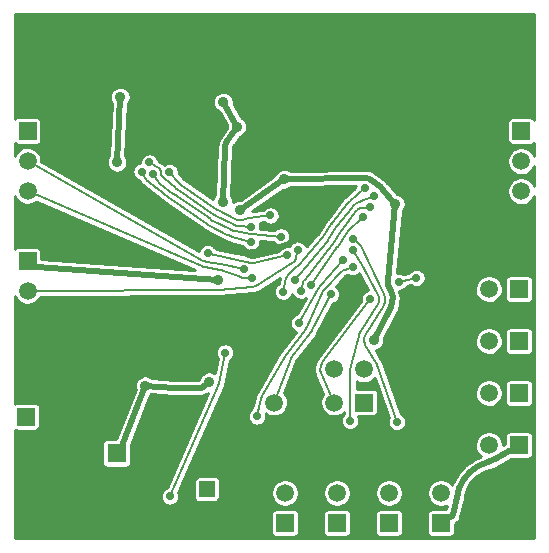
<source format=gbl>
G04 #@! TF.FileFunction,Copper,L2,Bot,Signal*
%FSLAX46Y46*%
G04 Gerber Fmt 4.6, Leading zero omitted, Abs format (unit mm)*
G04 Created by KiCad (PCBNEW 4.0.1-stable) date 25.01.2016 0:45:01*
%MOMM*%
G01*
G04 APERTURE LIST*
%ADD10C,0.100000*%
%ADD11R,1.600000X1.600000*%
%ADD12C,1.600000*%
%ADD13R,1.350000X1.350000*%
%ADD14C,1.350000*%
%ADD15R,1.100000X1.100000*%
%ADD16C,6.000000*%
%ADD17R,1.500000X1.500000*%
%ADD18C,1.500000*%
%ADD19C,0.900000*%
%ADD20C,0.700000*%
%ADD21C,0.500000*%
%ADD22C,0.200000*%
%ADD23C,0.254000*%
G04 APERTURE END LIST*
D10*
D11*
X101150000Y-91300000D03*
D12*
X97650000Y-91300000D03*
D13*
X108800000Y-94350000D03*
D14*
X108800000Y-96850000D03*
D15*
X106550000Y-83550000D03*
X106550000Y-82450000D03*
X107650000Y-83550000D03*
X107650000Y-82450000D03*
X106550000Y-84650000D03*
X107650000Y-84650000D03*
X106550000Y-81350000D03*
X107650000Y-81350000D03*
X105050000Y-64950000D03*
X105050000Y-63850000D03*
X106150000Y-64950000D03*
X106150000Y-63850000D03*
D16*
X95500000Y-57500000D03*
X133500000Y-57500000D03*
X133500000Y-95500000D03*
X95500000Y-95500000D03*
D17*
X117000000Y-84200000D03*
D18*
X119540000Y-84200000D03*
X122080000Y-84200000D03*
D17*
X122100000Y-87000000D03*
D18*
X119560000Y-87000000D03*
X117020000Y-87000000D03*
X114480000Y-87000000D03*
D17*
X135200000Y-77400000D03*
D18*
X132660000Y-77400000D03*
D17*
X135200000Y-81800000D03*
D18*
X132660000Y-81800000D03*
D17*
X135200000Y-86200000D03*
D18*
X132660000Y-86200000D03*
D17*
X135200000Y-90600000D03*
D18*
X132660000Y-90600000D03*
D17*
X135400000Y-64034000D03*
D18*
X135400000Y-66574000D03*
X135400000Y-69114000D03*
X135400000Y-71654000D03*
D17*
X115400000Y-97200000D03*
D18*
X115400000Y-94660000D03*
D17*
X119800000Y-97200000D03*
D18*
X119800000Y-94660000D03*
D17*
X124200000Y-97200000D03*
D18*
X124200000Y-94660000D03*
D17*
X128600000Y-97200000D03*
D18*
X128600000Y-94660000D03*
D17*
X93500000Y-88200000D03*
D18*
X93500000Y-90740000D03*
D17*
X93600000Y-75000000D03*
D18*
X93600000Y-77540000D03*
X93600000Y-80080000D03*
D17*
X93600000Y-64000000D03*
D18*
X93600000Y-66540000D03*
X93600000Y-69080000D03*
X93600000Y-71620000D03*
D19*
X102340200Y-63161400D03*
X98443400Y-62559500D03*
X107932600Y-59475100D03*
X103806000Y-59819400D03*
X107051800Y-67844100D03*
X111350000Y-65446000D03*
X115170100Y-64412500D03*
X119375000Y-80399800D03*
X109150000Y-65378100D03*
X100575000Y-74656400D03*
X112601500Y-74447100D03*
X117887700Y-72529300D03*
X109622800Y-73648800D03*
X107075200Y-72811000D03*
X104741900Y-70284700D03*
X112156200Y-92291300D03*
X116378900Y-92279200D03*
X120740600Y-76551100D03*
X98200000Y-54700000D03*
X101100000Y-54700000D03*
X103700000Y-54700000D03*
X107200000Y-54700000D03*
X109800000Y-54700000D03*
X112500000Y-54700000D03*
X115200000Y-54700000D03*
X118100000Y-54700000D03*
X121100000Y-54700000D03*
X124100000Y-54700000D03*
X127200000Y-54700000D03*
X106949800Y-58322300D03*
X109400000Y-57300000D03*
X110800000Y-58700000D03*
X114100000Y-60100000D03*
X112800000Y-57000000D03*
X108900000Y-62200000D03*
X115200000Y-57000000D03*
X118100000Y-57000000D03*
X121100000Y-57000000D03*
X124100000Y-57000000D03*
X127200000Y-57000000D03*
X118000000Y-59900000D03*
X121100000Y-59800000D03*
X124300000Y-59700000D03*
X127300000Y-59800000D03*
X130766100Y-60253600D03*
X135300000Y-61400000D03*
X132200000Y-62700000D03*
X126596200Y-61789600D03*
X124392200Y-62834000D03*
X120520400Y-63441100D03*
X118000000Y-63000000D03*
X115400000Y-61700000D03*
X119300000Y-66500000D03*
X122659200Y-65555300D03*
X124964300Y-65557600D03*
X127790800Y-65022100D03*
X133550900Y-65999500D03*
X133500000Y-68000000D03*
X133600000Y-70500000D03*
X130100000Y-64100000D03*
X126400000Y-71400000D03*
X129800000Y-71200000D03*
X132602300Y-72781600D03*
X135700000Y-73800000D03*
X125700000Y-74900000D03*
X127600000Y-77400000D03*
X129736000Y-77235800D03*
X130279200Y-80821200D03*
X125400000Y-80200000D03*
X125700000Y-84900000D03*
X130200000Y-85100000D03*
X130300000Y-89400000D03*
X125200000Y-92200000D03*
X129900000Y-91800000D03*
X120800000Y-92300000D03*
X111700000Y-87000000D03*
X112900000Y-82200000D03*
X111600000Y-81000000D03*
X113900000Y-79300000D03*
X113300000Y-84400000D03*
X105000000Y-75200000D03*
X96200000Y-71400000D03*
X95900000Y-74200000D03*
X99400000Y-68400000D03*
X98000000Y-65600000D03*
X93500000Y-61400000D03*
X99300000Y-59700000D03*
X99900000Y-57200000D03*
X103700000Y-57100000D03*
X96400000Y-79000000D03*
X101800000Y-78900000D03*
X96400000Y-82000000D03*
X102000000Y-81700000D03*
X96400000Y-85400000D03*
X99600000Y-85300000D03*
X96600000Y-88200000D03*
X100300000Y-88600000D03*
X93100000Y-83000000D03*
X99400000Y-97900000D03*
X103100000Y-97800000D03*
X106900000Y-97700000D03*
X111500000Y-97900000D03*
X101900000Y-58500000D03*
X108967800Y-85250200D03*
X103573900Y-85588200D03*
D20*
X105641600Y-94956700D03*
X110331400Y-82766600D03*
D19*
X111567800Y-70698600D03*
X115341200Y-68092700D03*
X124746400Y-70176700D03*
X122944500Y-81683000D03*
X109732700Y-76625900D03*
X101172400Y-66658100D03*
X101463000Y-61143400D03*
X111339700Y-63647100D03*
X110179500Y-61567300D03*
X110151400Y-69981700D03*
D20*
X116499300Y-74060300D03*
X105608700Y-67486800D03*
X114165800Y-71164200D03*
X115606300Y-74530300D03*
X108853700Y-74325000D03*
X103909000Y-66678100D03*
X112545800Y-72102500D03*
X104234500Y-67664600D03*
X115060700Y-72945900D03*
X103253300Y-67451100D03*
X112533300Y-73428000D03*
X111956900Y-75703800D03*
X112566100Y-76496800D03*
X122133300Y-68862800D03*
X115213800Y-77615900D03*
X122936500Y-69498900D03*
X116245900Y-76663800D03*
X116716400Y-77535300D03*
X122573900Y-70431200D03*
X117608900Y-77038100D03*
X122021500Y-71264900D03*
X119279500Y-77851400D03*
X122600700Y-78235100D03*
X126531200Y-76442600D03*
X125009900Y-76788500D03*
X113018100Y-88181700D03*
X121146900Y-75526100D03*
X116563900Y-80284100D03*
X120346200Y-74929400D03*
X120924500Y-88546300D03*
X121131600Y-74094700D03*
X124869800Y-88660000D03*
X121197600Y-73133700D03*
D21*
X106900000Y-97700000D02*
X108800000Y-96850000D01*
X99400000Y-97900000D02*
X95500000Y-95500000D01*
X99400000Y-97900000D02*
X103100000Y-97800000D01*
X102000000Y-81700000D02*
X99600000Y-85300000D01*
X113300000Y-84400000D02*
X112900000Y-82200000D01*
X112900000Y-82200000D02*
X113900000Y-79300000D01*
X113900000Y-79300000D02*
X111600000Y-81000000D01*
X129900000Y-91800000D02*
X130300000Y-89400000D01*
X125700000Y-84900000D02*
X130200000Y-85100000D01*
X127600000Y-77400000D02*
X129736000Y-77235800D01*
X125400000Y-80200000D02*
X127600000Y-77400000D01*
X125700000Y-74900000D02*
X126400000Y-71400000D01*
X129800000Y-71200000D02*
X126400000Y-71400000D01*
X129800000Y-71200000D02*
X132602300Y-72781600D01*
X135700000Y-73800000D02*
X135400000Y-71654000D01*
X133600000Y-70500000D02*
X135400000Y-71654000D01*
X133600000Y-70500000D02*
X133500000Y-68000000D01*
X133500000Y-68000000D02*
X133550900Y-65999500D01*
X118000000Y-63000000D02*
X119300000Y-66500000D01*
X124964300Y-65557600D02*
X127790800Y-65022100D01*
X124964300Y-65557600D02*
X122659200Y-65555300D01*
X132200000Y-62700000D02*
X135300000Y-61400000D01*
X132200000Y-62700000D02*
X133550900Y-65999500D01*
X132200000Y-62700000D02*
X130766100Y-60253600D01*
X132200000Y-62700000D02*
X130100000Y-64100000D01*
X126596200Y-61789600D02*
X127790800Y-65022100D01*
X126596200Y-61789600D02*
X130766100Y-60253600D01*
X121100000Y-57000000D02*
X118100000Y-57000000D01*
X124100000Y-57000000D02*
X127300000Y-59800000D01*
X124100000Y-57000000D02*
X121100000Y-59800000D01*
X124100000Y-57000000D02*
X127200000Y-54700000D01*
X124100000Y-57000000D02*
X121100000Y-54700000D01*
X124100000Y-57000000D02*
X127200000Y-57000000D01*
X124100000Y-57000000D02*
X121100000Y-57000000D01*
X124100000Y-57000000D02*
X124300000Y-59700000D01*
X124100000Y-57000000D02*
X124100000Y-54700000D01*
X115200000Y-57000000D02*
X115400000Y-61700000D01*
X115200000Y-57000000D02*
X118000000Y-59900000D01*
X115200000Y-57000000D02*
X118100000Y-54700000D01*
X115200000Y-57000000D02*
X114100000Y-60100000D01*
X115200000Y-57000000D02*
X118100000Y-57000000D01*
X115200000Y-57000000D02*
X112800000Y-57000000D01*
X115200000Y-57000000D02*
X115200000Y-54700000D01*
X112800000Y-57000000D02*
X112500000Y-54700000D01*
X108900000Y-62200000D02*
X107932600Y-59475100D01*
X117538400Y-83316800D02*
X119375000Y-80399800D01*
X117500000Y-83414500D02*
X117500000Y-83450000D01*
X117519700Y-83346500D02*
X117500000Y-83414500D01*
X117538400Y-83316800D02*
X117519700Y-83346500D01*
X117500000Y-83700000D02*
X117500000Y-83450000D01*
X117000000Y-84200000D02*
X117500000Y-83700000D01*
X94676300Y-89297700D02*
X93500000Y-90740000D01*
X94800100Y-89045000D02*
X94800100Y-88950000D01*
X94736400Y-89224100D02*
X94800100Y-89045000D01*
X94676300Y-89297700D02*
X94736400Y-89224100D01*
X94800100Y-87450000D02*
X94800100Y-88950000D01*
X94796400Y-87382900D02*
X94792900Y-87361100D01*
X94800100Y-87427900D02*
X94796400Y-87382900D01*
X94800100Y-87450000D02*
X94800100Y-87427900D01*
X93600000Y-80080000D02*
X94792900Y-87361100D01*
X119375000Y-80399800D02*
X120740600Y-76551100D01*
X116378900Y-92279200D02*
X117020000Y-87000000D01*
X93600000Y-71620000D02*
X100575000Y-74656400D01*
X112309900Y-74348800D02*
X109622800Y-73648800D01*
X112338800Y-74356300D02*
X112309900Y-74348800D01*
X112397300Y-74374300D02*
X112338800Y-74356300D01*
X112427200Y-74384900D02*
X112397300Y-74374300D01*
X112601500Y-74447100D02*
X112427200Y-74384900D01*
X106450000Y-65250000D02*
X106150000Y-64950000D01*
X106700000Y-65250000D02*
X106450000Y-65250000D01*
X106713100Y-65250300D02*
X106700000Y-65250000D01*
X109150000Y-65378100D02*
X106713100Y-65250300D01*
X106450000Y-63550000D02*
X106150000Y-63850000D01*
X106450000Y-63300000D02*
X106450000Y-63550000D01*
X106450000Y-63276700D02*
X106450000Y-63300000D01*
X106458700Y-63230700D02*
X106450000Y-63276700D01*
X106467300Y-63208700D02*
X106458700Y-63230700D01*
X107932600Y-59475100D02*
X106467300Y-63208700D01*
X104455300Y-63546000D02*
X102340200Y-63161400D01*
X104488700Y-63550000D02*
X104500000Y-63550000D01*
X104466500Y-63548000D02*
X104488700Y-63550000D01*
X104455300Y-63546000D02*
X104466500Y-63548000D01*
X104750000Y-63550000D02*
X104500000Y-63550000D01*
X105050000Y-63850000D02*
X104750000Y-63550000D01*
X109919000Y-95349800D02*
X112156200Y-92291300D01*
X109915900Y-95353900D02*
X109919000Y-95349800D01*
X108800000Y-96850000D02*
X109915900Y-95353900D01*
X111350000Y-65446000D02*
X115170100Y-64412500D01*
X104741100Y-63234000D02*
X103806000Y-59819400D01*
X104745500Y-63250000D02*
X104741100Y-63234000D01*
X104750000Y-63283400D02*
X104745500Y-63250000D01*
X104750000Y-63300000D02*
X104750000Y-63283400D01*
X104750000Y-63550000D02*
X104750000Y-63300000D01*
X105050000Y-63850000D02*
X104750000Y-63550000D01*
X106450000Y-65250000D02*
X106150000Y-64950000D01*
X106450000Y-65500000D02*
X106450000Y-65250000D01*
X106454000Y-65547400D02*
X106458100Y-65563000D01*
X106450000Y-65515700D02*
X106454000Y-65547400D01*
X106450000Y-65500000D02*
X106450000Y-65515700D01*
X107051800Y-67844100D02*
X106458100Y-65563000D01*
X116162400Y-73225600D02*
X117887700Y-72529300D01*
X116024500Y-73293900D02*
X115983000Y-73323000D01*
X116114300Y-73245100D02*
X116024500Y-73293900D01*
X116162400Y-73225600D02*
X116114300Y-73245100D01*
X115541300Y-73632300D02*
X115983000Y-73323000D01*
X115480000Y-73675200D02*
X115541300Y-73632300D01*
X115342800Y-73738400D02*
X115480000Y-73675200D01*
X115270400Y-73757100D02*
X115342800Y-73738400D01*
X112601500Y-74447100D02*
X115270400Y-73757100D01*
X107075200Y-72811000D02*
X104741900Y-70284700D01*
X101716700Y-90410100D02*
X103573900Y-85588200D01*
X101700000Y-90476900D02*
X101700000Y-90500000D01*
X101708400Y-90431700D02*
X101700000Y-90476900D01*
X101716700Y-90410100D02*
X101708400Y-90431700D01*
X101700000Y-90750000D02*
X101700000Y-90500000D01*
X101150000Y-91300000D02*
X101700000Y-90750000D01*
X105963100Y-85748900D02*
X103573900Y-85588200D01*
X105963100Y-85748900D02*
X106000000Y-85750100D01*
X108200000Y-85750100D02*
X106000000Y-85750100D01*
X108491500Y-85677500D02*
X108567400Y-85609500D01*
X108301900Y-85750100D02*
X108491500Y-85677500D01*
X108200000Y-85750100D02*
X108301900Y-85750100D01*
X108967800Y-85250200D02*
X108567400Y-85609500D01*
X134700000Y-91100000D02*
X135200000Y-90600000D01*
X134450000Y-91100000D02*
X134700000Y-91100000D01*
X134352700Y-91117300D02*
X134324000Y-91134100D01*
X134416600Y-91100000D02*
X134352700Y-91117300D01*
X134450000Y-91100000D02*
X134416600Y-91100000D01*
X133315400Y-91722800D02*
X134324000Y-91134100D01*
X133276900Y-91745300D02*
X133315400Y-91722800D01*
X133197600Y-91784600D02*
X133276900Y-91745300D01*
X133155600Y-91801900D02*
X133197600Y-91784600D01*
X132146600Y-92218000D02*
X133155600Y-91801900D01*
X130153800Y-94242900D02*
X130053900Y-94646900D01*
X130536200Y-93501600D02*
X130153800Y-94242900D01*
X131084600Y-92864900D02*
X130536200Y-93501600D01*
X131761000Y-92376900D02*
X131084600Y-92864900D01*
X132146600Y-92218000D02*
X131761000Y-92376900D01*
X129592700Y-96510100D02*
X130053900Y-94646900D01*
X129572000Y-96593600D02*
X129592700Y-96510100D01*
X129436100Y-96700000D02*
X129572000Y-96593600D01*
X129350000Y-96700000D02*
X129436100Y-96700000D01*
X129100000Y-96700000D02*
X129350000Y-96700000D01*
X128600000Y-97200000D02*
X129100000Y-96700000D01*
D22*
X109801400Y-85416900D02*
X110331400Y-82766600D01*
X109792500Y-85461500D02*
X109801400Y-85416900D01*
X109764900Y-85549300D02*
X109792500Y-85461500D01*
X109746400Y-85591500D02*
X109764900Y-85549300D01*
X105641600Y-94956700D02*
X109746400Y-85591500D01*
D21*
X111567800Y-70698600D02*
X115341200Y-68092700D01*
X124285300Y-79114500D02*
X122944500Y-81683000D01*
X124404000Y-77595300D02*
X124305600Y-77395800D01*
X124503600Y-78033900D02*
X124404000Y-77595300D01*
X124498400Y-78480400D02*
X124503600Y-78033900D01*
X124388700Y-78916600D02*
X124498400Y-78480400D01*
X124285300Y-79114500D02*
X124388700Y-78916600D01*
X124202400Y-77186000D02*
X124305600Y-77395800D01*
X124146900Y-77073300D02*
X124202400Y-77186000D01*
X124101900Y-76826000D02*
X124146900Y-77073300D01*
X124114000Y-76701700D02*
X124101900Y-76826000D01*
X124746400Y-70176700D02*
X124114000Y-76701700D01*
X122116100Y-67962900D02*
X115341200Y-68092700D01*
X122272700Y-67959900D02*
X122116100Y-67962900D01*
X122568900Y-68059800D02*
X122272700Y-67959900D01*
X122692100Y-68157200D02*
X122568900Y-68059800D01*
X123495300Y-68793300D02*
X122692100Y-68157200D01*
X123526200Y-68817800D02*
X123495300Y-68793300D01*
X123582200Y-68870700D02*
X123526200Y-68817800D01*
X123608400Y-68900000D02*
X123582200Y-68870700D01*
X124746400Y-70176700D02*
X123608400Y-68900000D01*
X94368300Y-75500700D02*
X109732700Y-76625900D01*
X94354800Y-75500000D02*
X94350000Y-75500000D01*
X94363900Y-75500400D02*
X94354800Y-75500000D01*
X94368300Y-75500700D02*
X94363900Y-75500400D01*
X94100000Y-75500000D02*
X94350000Y-75500000D01*
X93600000Y-75000000D02*
X94100000Y-75500000D01*
X110515500Y-64894800D02*
X111339700Y-63647100D01*
X110356800Y-65266500D02*
X110350800Y-65402500D01*
X110440900Y-65007600D02*
X110356800Y-65266500D01*
X110515500Y-64894800D02*
X110440900Y-65007600D01*
X110151400Y-69981700D02*
X110350800Y-65402500D01*
X101342000Y-63099700D02*
X101463000Y-61143400D01*
X101342000Y-63099700D02*
X101341200Y-63113800D01*
X101172400Y-66658100D02*
X101341200Y-63113800D01*
X111339700Y-63647100D02*
X110179500Y-61567300D01*
D22*
X116333400Y-74714700D02*
X116499300Y-74060300D01*
X116298700Y-74851700D02*
X116333400Y-74714700D01*
X116132700Y-75083200D02*
X116298700Y-74851700D01*
X116013700Y-75160100D02*
X116132700Y-75083200D01*
X112973500Y-77126600D02*
X116013700Y-75160100D01*
X112895400Y-77177200D02*
X112973500Y-77126600D01*
X112719700Y-77236900D02*
X112895400Y-77177200D01*
X112626600Y-77244500D02*
X112719700Y-77236900D01*
X109801300Y-77473200D02*
X112626600Y-77244500D01*
X109785000Y-77474600D02*
X109801300Y-77473200D01*
X109752400Y-77475900D02*
X109785000Y-77474600D01*
X109736100Y-77476000D02*
X109752400Y-77475900D01*
X93600000Y-77540000D02*
X109736100Y-77476000D01*
X112461400Y-71357200D02*
X114165800Y-71164200D01*
X112386400Y-71369100D02*
X112362700Y-71375100D01*
X112436700Y-71360000D02*
X112386400Y-71369100D01*
X112461400Y-71357200D02*
X112436700Y-71360000D01*
X111775400Y-71523000D02*
X112362700Y-71375100D01*
X111625900Y-71560500D02*
X111775400Y-71523000D01*
X111320300Y-71526300D02*
X111625900Y-71560500D01*
X111183900Y-71457100D02*
X111320300Y-71526300D01*
X109767500Y-70740200D02*
X111183900Y-71457100D01*
X109741800Y-70727100D02*
X109767500Y-70740200D01*
X109692000Y-70697500D02*
X109741800Y-70727100D01*
X109668800Y-70681500D02*
X109692000Y-70697500D01*
X106569200Y-68543900D02*
X109668800Y-70681500D01*
X106525200Y-68513600D02*
X106569200Y-68543900D01*
X106446500Y-68443300D02*
X106525200Y-68513600D01*
X106412300Y-68404200D02*
X106446500Y-68443300D01*
X105608700Y-67486800D02*
X106412300Y-68404200D01*
X109405800Y-74470700D02*
X108853700Y-74325000D01*
X109405800Y-74470700D02*
X109440400Y-74479100D01*
X112097700Y-75062900D02*
X109440400Y-74479100D01*
X112138800Y-75071900D02*
X112097700Y-75062900D01*
X112218600Y-75100500D02*
X112138800Y-75071900D01*
X112256400Y-75119900D02*
X112218600Y-75100500D01*
X112256400Y-75120000D02*
X112256400Y-75119900D01*
X112641000Y-75214100D02*
X112771400Y-75184000D01*
X112375000Y-75180900D02*
X112641000Y-75214100D01*
X112256400Y-75120000D02*
X112375000Y-75180900D01*
X115606300Y-74530300D02*
X112771400Y-75184000D01*
X111496400Y-72046900D02*
X112545800Y-72102500D01*
X111356700Y-72039600D02*
X111496400Y-72046900D01*
X111084800Y-71967300D02*
X111356700Y-72039600D01*
X110958100Y-71903300D02*
X111084800Y-71967300D01*
X109541700Y-71186400D02*
X110958100Y-71903300D01*
X109500800Y-71165600D02*
X109541700Y-71186400D01*
X109421800Y-71118700D02*
X109500800Y-71165600D01*
X109384900Y-71093200D02*
X109421800Y-71118700D01*
X106285300Y-68955600D02*
X109384900Y-71093200D01*
X106259000Y-68937500D02*
X106285300Y-68955600D01*
X106206500Y-68897500D02*
X106259000Y-68937500D01*
X106181300Y-68876200D02*
X106206500Y-68897500D01*
X105162000Y-68016500D02*
X106181300Y-68876200D01*
X105062900Y-67933100D02*
X105162000Y-68016500D01*
X104938100Y-67704300D02*
X105062900Y-67933100D01*
X104921500Y-67575700D02*
X104938100Y-67704300D01*
X104921700Y-67575700D02*
X104921500Y-67575700D01*
X104721000Y-67145200D02*
X104579900Y-67063900D01*
X104900800Y-67414500D02*
X104721000Y-67145200D01*
X104921700Y-67575700D02*
X104900800Y-67414500D01*
X103909000Y-66678100D02*
X104579900Y-67063900D01*
X112581000Y-72766900D02*
X115060700Y-72945900D01*
X112581000Y-72766900D02*
X112539600Y-72765200D01*
X112539500Y-72765300D02*
X112539600Y-72765200D01*
X112508900Y-72765000D02*
X112539500Y-72765300D01*
X112447900Y-72758700D02*
X112508900Y-72765000D01*
X112417200Y-72752700D02*
X112447900Y-72758700D01*
X111208800Y-72513700D02*
X112417200Y-72752700D01*
X111083200Y-72488800D02*
X111208800Y-72513700D01*
X110844700Y-72406500D02*
X111083200Y-72488800D01*
X110732200Y-72349500D02*
X110844700Y-72406500D01*
X109315800Y-71632600D02*
X110732200Y-72349500D01*
X109259700Y-71604200D02*
X109315800Y-71632600D01*
X109151400Y-71539800D02*
X109259700Y-71604200D01*
X109100900Y-71504900D02*
X109151400Y-71539800D01*
X106001300Y-69367300D02*
X109100900Y-71504900D01*
X105920000Y-69307800D02*
X106001300Y-69367300D01*
X104843900Y-68475800D02*
X105920000Y-69307800D01*
X104759700Y-68410600D02*
X104843900Y-68475800D01*
X104616200Y-68254400D02*
X104759700Y-68410600D01*
X104559200Y-68166200D02*
X104616200Y-68254400D01*
X104234500Y-67664600D02*
X104559200Y-68166200D01*
X110910400Y-72955200D02*
X112533300Y-73428000D01*
X110807800Y-72925400D02*
X110910400Y-72955200D01*
X110605300Y-72845700D02*
X110807800Y-72925400D01*
X110506400Y-72795700D02*
X110605300Y-72845700D01*
X109090000Y-72078800D02*
X110506400Y-72795700D01*
X109018700Y-72042700D02*
X109090000Y-72078800D01*
X108881200Y-71960900D02*
X109018700Y-72042700D01*
X108817000Y-71916600D02*
X108881200Y-71960900D01*
X105717400Y-69779000D02*
X108817000Y-71916600D01*
X105614000Y-69703500D02*
X105717400Y-69779000D01*
X104538000Y-68871400D02*
X105614000Y-69703500D01*
X104511200Y-68850200D02*
X104538000Y-68871400D01*
X103764100Y-68248900D02*
X104511200Y-68850200D01*
X103708200Y-68203800D02*
X103764100Y-68248900D01*
X103615800Y-68094600D02*
X103708200Y-68203800D01*
X103581000Y-68032800D02*
X103615800Y-68094600D01*
X103253300Y-67451100D02*
X103581000Y-68032800D01*
X110004000Y-75303200D02*
X111956900Y-75703800D01*
X110004000Y-75303200D02*
X109980700Y-75298700D01*
X108715900Y-75062300D02*
X109980700Y-75298700D01*
X108654500Y-75050800D02*
X108715900Y-75062300D01*
X108537400Y-75008000D02*
X108654500Y-75050800D01*
X108483800Y-74977500D02*
X108537400Y-75008000D01*
X93600000Y-66540000D02*
X108483800Y-74977500D01*
X111906300Y-76452200D02*
X112566100Y-76496800D01*
X111857000Y-76449000D02*
X111906300Y-76452200D01*
X111758100Y-76428800D02*
X111857000Y-76449000D01*
X111711000Y-76412500D02*
X111758100Y-76428800D01*
X110011300Y-75822800D02*
X111711000Y-76412500D01*
X109920200Y-75796200D02*
X109888800Y-75790300D01*
X109981900Y-75812600D02*
X109920200Y-75796200D01*
X110011300Y-75822800D02*
X109981900Y-75812600D01*
X108624100Y-75553900D02*
X109888800Y-75790300D01*
X108554600Y-75540900D02*
X108624100Y-75553900D01*
X108420900Y-75500000D02*
X108554600Y-75540900D01*
X108356800Y-75472200D02*
X108420900Y-75500000D01*
X93600000Y-69080000D02*
X108356800Y-75472200D01*
X115521400Y-76469400D02*
X115213800Y-77615900D01*
X115549200Y-76366400D02*
X115521400Y-76469400D01*
X115659000Y-76184800D02*
X115549200Y-76366400D01*
X115736400Y-76113300D02*
X115659000Y-76184800D01*
X116455400Y-75447900D02*
X115736400Y-76113300D01*
X116525100Y-75378700D02*
X116547400Y-75353300D01*
X116479400Y-75425700D02*
X116525100Y-75378700D01*
X116455400Y-75447900D02*
X116479400Y-75425700D01*
X118527600Y-73088900D02*
X116547400Y-75353300D01*
X118583000Y-73019200D02*
X118599000Y-72994800D01*
X118547100Y-73066600D02*
X118583000Y-73019200D01*
X118527600Y-73088900D02*
X118547100Y-73066600D01*
X119314600Y-71901400D02*
X118599000Y-72994800D01*
X119339600Y-71863200D02*
X119314600Y-71901400D01*
X119394400Y-71786500D02*
X119339600Y-71863200D01*
X119423400Y-71749300D02*
X119394400Y-71786500D01*
X120641600Y-70188100D02*
X119423400Y-71749300D01*
X120694300Y-70120400D02*
X120641600Y-70188100D01*
X120814600Y-69994300D02*
X120694300Y-70120400D01*
X120881800Y-69936500D02*
X120814600Y-69994300D01*
X122133300Y-68862800D02*
X120881800Y-69936500D01*
X118932100Y-73385000D02*
X116245900Y-76663800D01*
X118997800Y-73298800D02*
X119017500Y-73268700D01*
X118954500Y-73357700D02*
X118997800Y-73298800D01*
X118932100Y-73385000D02*
X118954500Y-73357700D01*
X119733100Y-72175200D02*
X119017500Y-73268700D01*
X119752500Y-72145500D02*
X119733100Y-72175200D01*
X119795100Y-72085800D02*
X119752500Y-72145500D01*
X119817700Y-72056900D02*
X119795100Y-72085800D01*
X121035900Y-70495800D02*
X119817700Y-72056900D01*
X121121600Y-70385700D02*
X121035900Y-70495800D01*
X121338800Y-70208200D02*
X121121600Y-70385700D01*
X121464300Y-70145700D02*
X121338800Y-70208200D01*
X122239600Y-69759700D02*
X121464300Y-70145700D01*
X122258400Y-69750400D02*
X122239600Y-69759700D01*
X122295600Y-69734300D02*
X122258400Y-69750400D01*
X122315300Y-69727100D02*
X122295600Y-69734300D01*
X122936500Y-69498900D02*
X122315300Y-69727100D01*
X116921200Y-76872400D02*
X116716400Y-77535300D01*
X116921200Y-76872400D02*
X116927500Y-76851000D01*
X116927300Y-76850900D02*
X116927500Y-76851000D01*
X116945800Y-76783400D02*
X116927300Y-76850900D01*
X117008600Y-76658400D02*
X116945800Y-76783400D01*
X117052000Y-76602800D02*
X117008600Y-76658400D01*
X119345500Y-73668800D02*
X117052000Y-76602800D01*
X119414500Y-73575200D02*
X119435900Y-73542500D01*
X119369400Y-73638300D02*
X119414500Y-73575200D01*
X119345500Y-73668800D02*
X119369400Y-73638300D01*
X120151500Y-72449100D02*
X119435900Y-73542500D01*
X120165400Y-72427900D02*
X120151500Y-72449100D01*
X120195900Y-72385200D02*
X120165400Y-72427900D01*
X120212000Y-72364600D02*
X120195900Y-72385200D01*
X121430100Y-70803500D02*
X120212000Y-72364600D01*
X121520400Y-70687900D02*
X121430100Y-70803500D01*
X121774200Y-70541800D02*
X121520400Y-70687900D01*
X121918700Y-70521900D02*
X121774200Y-70541800D01*
X122573900Y-70431200D02*
X121918700Y-70521900D01*
X120670300Y-72600200D02*
X122021500Y-71264900D01*
X120591700Y-72689700D02*
X120570000Y-72722900D01*
X120642300Y-72627800D02*
X120591700Y-72689700D01*
X120670300Y-72600200D02*
X120642300Y-72627800D01*
X119854400Y-73816400D02*
X120570000Y-72722900D01*
X119815600Y-73873800D02*
X119854400Y-73816400D01*
X117608900Y-77038100D02*
X119815600Y-73873800D01*
X115875800Y-83308500D02*
X114480000Y-87000000D01*
X115885900Y-83281700D02*
X115875800Y-83308500D01*
X115913300Y-83232100D02*
X115885900Y-83281700D01*
X115930100Y-83209700D02*
X115913300Y-83232100D01*
X117563500Y-81034900D02*
X115930100Y-83209700D01*
X117644000Y-80915500D02*
X117666800Y-80872800D01*
X117592300Y-80996500D02*
X117644000Y-80915500D01*
X117563500Y-81034900D02*
X117592300Y-80996500D01*
X119279500Y-77851400D02*
X117666800Y-80872800D01*
X118622000Y-83507200D02*
X122600700Y-78235100D01*
X118429900Y-84538500D02*
X118494800Y-84679900D01*
X118379800Y-84231600D02*
X118429900Y-84538500D01*
X118413600Y-83920400D02*
X118379800Y-84231600D01*
X118528300Y-83631300D02*
X118413600Y-83920400D01*
X118622000Y-83507200D02*
X118528300Y-83631300D01*
X119560000Y-87000000D02*
X118494800Y-84679900D01*
X125009900Y-76788500D02*
X126531200Y-76442600D01*
X120478800Y-75742300D02*
X121146900Y-75526100D01*
X120202300Y-75884900D02*
X120129200Y-75960500D01*
X120379500Y-75774400D02*
X120202300Y-75884900D01*
X120478800Y-75742300D02*
X120379500Y-75774400D01*
X118774100Y-77363200D02*
X120129200Y-75960500D01*
X118665800Y-77504100D02*
X118640900Y-77558200D01*
X118733100Y-77405600D02*
X118665800Y-77504100D01*
X118774100Y-77363200D02*
X118733100Y-77405600D01*
X117245600Y-80597100D02*
X118640900Y-77558200D01*
X117229000Y-80633400D02*
X117245600Y-80597100D01*
X117188100Y-80702100D02*
X117229000Y-80633400D01*
X117163700Y-80734600D02*
X117188100Y-80702100D01*
X115530200Y-82909400D02*
X117163700Y-80734600D01*
X115484700Y-82975300D02*
X115471300Y-82998400D01*
X115514200Y-82930800D02*
X115484700Y-82975300D01*
X115530200Y-82909400D02*
X115514200Y-82930800D01*
X113485100Y-86423000D02*
X115471300Y-82998400D01*
X113380200Y-86653000D02*
X113360900Y-86734900D01*
X113442700Y-86496100D02*
X113380200Y-86653000D01*
X113485100Y-86423000D02*
X113442700Y-86496100D01*
X113018100Y-88181700D02*
X113360900Y-86734900D01*
X118419000Y-77080400D02*
X120346200Y-74929400D01*
X118276100Y-77273000D02*
X118240600Y-77345600D01*
X118365100Y-77140600D02*
X118276100Y-77273000D01*
X118419000Y-77080400D02*
X118365100Y-77140600D01*
X118240700Y-77345700D02*
X118240600Y-77345600D01*
X118219100Y-77386700D02*
X118240700Y-77345700D01*
X116563900Y-80284100D02*
X118219100Y-77386700D01*
X121781500Y-75126200D02*
X121131600Y-74094700D01*
X121807800Y-75171400D02*
X121781500Y-75126200D01*
X123261600Y-77880400D02*
X121807800Y-75171400D01*
X123356300Y-78056700D02*
X123261600Y-77880400D01*
X123344700Y-78457100D02*
X123356300Y-78056700D01*
X123239500Y-78628300D02*
X123344700Y-78457100D01*
X121794700Y-80975200D02*
X123239500Y-78628300D01*
X121663700Y-81244100D02*
X121638200Y-81341700D01*
X121742700Y-81059600D02*
X121663700Y-81244100D01*
X121794700Y-80975200D02*
X121742700Y-81059600D01*
X120967300Y-83909200D02*
X121638200Y-81341700D01*
X120930100Y-84124700D02*
X120929900Y-84198600D01*
X120948900Y-83979200D02*
X120930100Y-84124700D01*
X120967300Y-83909200D02*
X120948900Y-83979200D01*
X120924500Y-88546300D02*
X120929900Y-84198600D01*
X121641100Y-73544200D02*
X121197600Y-73133700D01*
X121691700Y-73591000D02*
X121641100Y-73544200D01*
X121774800Y-73702600D02*
X121691700Y-73591000D01*
X121805400Y-73765100D02*
X121774800Y-73702600D01*
X123617400Y-77469600D02*
X121805400Y-73765100D01*
X123619100Y-77473200D02*
X123617400Y-77469600D01*
X123722400Y-77682900D02*
X123619100Y-77473200D01*
X123792400Y-77825200D02*
X123722400Y-77682900D01*
X123857000Y-78136600D02*
X123792400Y-77825200D01*
X123842100Y-78452100D02*
X123857000Y-78136600D01*
X123748200Y-78756000D02*
X123842100Y-78452100D01*
X123665300Y-78890500D02*
X123748200Y-78756000D01*
X122220600Y-81237300D02*
X123665300Y-78890500D01*
X122149600Y-82005400D02*
X122206600Y-82105100D01*
X122092700Y-81784300D02*
X122149600Y-82005400D01*
X122096400Y-81554400D02*
X122092700Y-81784300D01*
X122160400Y-81335200D02*
X122096400Y-81554400D01*
X122220600Y-81237300D02*
X122160400Y-81335200D01*
X123078300Y-83628900D02*
X122206600Y-82105100D01*
X123104000Y-83673800D02*
X123078300Y-83628900D01*
X123147400Y-83768700D02*
X123104000Y-83673800D01*
X123164800Y-83818000D02*
X123147400Y-83768700D01*
X124869800Y-88660000D02*
X123164800Y-83818000D01*
D23*
G36*
X136498000Y-63040078D02*
X136471494Y-62999854D01*
X136379605Y-62921537D01*
X136269535Y-62871921D01*
X136150000Y-62854934D01*
X134650000Y-62854934D01*
X134582002Y-62860356D01*
X134466670Y-62896073D01*
X134365854Y-62962506D01*
X134287537Y-63054395D01*
X134237921Y-63164465D01*
X134220934Y-63284000D01*
X134220934Y-64784000D01*
X134226356Y-64851998D01*
X134262073Y-64967330D01*
X134328506Y-65068146D01*
X134420395Y-65146463D01*
X134530465Y-65196079D01*
X134650000Y-65213066D01*
X136150000Y-65213066D01*
X136217998Y-65207644D01*
X136333330Y-65171927D01*
X136434146Y-65105494D01*
X136498000Y-65030574D01*
X136498000Y-66149147D01*
X136444258Y-66018758D01*
X136316523Y-65826502D01*
X136153878Y-65662718D01*
X135962518Y-65533644D01*
X135749732Y-65444197D01*
X135523625Y-65397784D01*
X135292809Y-65396173D01*
X135066076Y-65439424D01*
X134852062Y-65525891D01*
X134658919Y-65652281D01*
X134494003Y-65813778D01*
X134363596Y-66004232D01*
X134272666Y-66216389D01*
X134224676Y-66442166D01*
X134221453Y-66672965D01*
X134263121Y-66899995D01*
X134348092Y-67114607D01*
X134473130Y-67308628D01*
X134633472Y-67474668D01*
X134823011Y-67606401D01*
X135034527Y-67698810D01*
X135259964Y-67748375D01*
X135490735Y-67753209D01*
X135718050Y-67713128D01*
X135933251Y-67629657D01*
X136128140Y-67505976D01*
X136295294Y-67346797D01*
X136428347Y-67158183D01*
X136498000Y-67001740D01*
X136498000Y-68689147D01*
X136444258Y-68558758D01*
X136316523Y-68366502D01*
X136153878Y-68202718D01*
X135962518Y-68073644D01*
X135749732Y-67984197D01*
X135523625Y-67937784D01*
X135292809Y-67936173D01*
X135066076Y-67979424D01*
X134852062Y-68065891D01*
X134658919Y-68192281D01*
X134494003Y-68353778D01*
X134363596Y-68544232D01*
X134272666Y-68756389D01*
X134224676Y-68982166D01*
X134221453Y-69212965D01*
X134263121Y-69439995D01*
X134348092Y-69654607D01*
X134473130Y-69848628D01*
X134633472Y-70014668D01*
X134823011Y-70146401D01*
X135034527Y-70238810D01*
X135259964Y-70288375D01*
X135490735Y-70293209D01*
X135718050Y-70253128D01*
X135933251Y-70169657D01*
X136128140Y-70045976D01*
X136295294Y-69886797D01*
X136428347Y-69698183D01*
X136498000Y-69541740D01*
X136498000Y-98498000D01*
X92502000Y-98498000D01*
X92502000Y-96450000D01*
X114220934Y-96450000D01*
X114220934Y-97950000D01*
X114226356Y-98017998D01*
X114262073Y-98133330D01*
X114328506Y-98234146D01*
X114420395Y-98312463D01*
X114530465Y-98362079D01*
X114650000Y-98379066D01*
X116150000Y-98379066D01*
X116217998Y-98373644D01*
X116333330Y-98337927D01*
X116434146Y-98271494D01*
X116512463Y-98179605D01*
X116562079Y-98069535D01*
X116579066Y-97950000D01*
X116579066Y-96450000D01*
X118620934Y-96450000D01*
X118620934Y-97950000D01*
X118626356Y-98017998D01*
X118662073Y-98133330D01*
X118728506Y-98234146D01*
X118820395Y-98312463D01*
X118930465Y-98362079D01*
X119050000Y-98379066D01*
X120550000Y-98379066D01*
X120617998Y-98373644D01*
X120733330Y-98337927D01*
X120834146Y-98271494D01*
X120912463Y-98179605D01*
X120962079Y-98069535D01*
X120979066Y-97950000D01*
X120979066Y-96450000D01*
X123020934Y-96450000D01*
X123020934Y-97950000D01*
X123026356Y-98017998D01*
X123062073Y-98133330D01*
X123128506Y-98234146D01*
X123220395Y-98312463D01*
X123330465Y-98362079D01*
X123450000Y-98379066D01*
X124950000Y-98379066D01*
X125017998Y-98373644D01*
X125133330Y-98337927D01*
X125234146Y-98271494D01*
X125312463Y-98179605D01*
X125362079Y-98069535D01*
X125379066Y-97950000D01*
X125379066Y-96450000D01*
X127420934Y-96450000D01*
X127420934Y-97950000D01*
X127426356Y-98017998D01*
X127462073Y-98133330D01*
X127528506Y-98234146D01*
X127620395Y-98312463D01*
X127730465Y-98362079D01*
X127850000Y-98379066D01*
X129350000Y-98379066D01*
X129417998Y-98373644D01*
X129533330Y-98337927D01*
X129634146Y-98271494D01*
X129712463Y-98179605D01*
X129762079Y-98069535D01*
X129779066Y-97950000D01*
X129779066Y-97280733D01*
X129810746Y-97263888D01*
X129827530Y-97250199D01*
X129845963Y-97238833D01*
X129853446Y-97233058D01*
X129989346Y-97126658D01*
X130004838Y-97111875D01*
X130022157Y-97099257D01*
X130052546Y-97066351D01*
X130084937Y-97035443D01*
X130097266Y-97017927D01*
X130111799Y-97002191D01*
X130135210Y-96964022D01*
X130160989Y-96927399D01*
X130169683Y-96907817D01*
X130180881Y-96889561D01*
X130196431Y-96847575D01*
X130214607Y-96806640D01*
X130219332Y-96785745D01*
X130226771Y-96765659D01*
X130229109Y-96756500D01*
X130249809Y-96673000D01*
X130249812Y-96672983D01*
X130249866Y-96672769D01*
X130711066Y-94809569D01*
X130711067Y-94809560D01*
X130711105Y-94809412D01*
X130791918Y-94482602D01*
X131101263Y-93882923D01*
X131545452Y-93367213D01*
X132092545Y-92972504D01*
X132404539Y-92843936D01*
X132404543Y-92843934D01*
X132404701Y-92843870D01*
X133413701Y-92427770D01*
X133413703Y-92427769D01*
X133455442Y-92410576D01*
X133472046Y-92401752D01*
X133489722Y-92395332D01*
X133498220Y-92391194D01*
X133577520Y-92351894D01*
X133593295Y-92342051D01*
X133610299Y-92334515D01*
X133618493Y-92329803D01*
X133656993Y-92307303D01*
X133656996Y-92307301D01*
X134562003Y-91779066D01*
X135950000Y-91779066D01*
X136017998Y-91773644D01*
X136133330Y-91737927D01*
X136234146Y-91671494D01*
X136312463Y-91579605D01*
X136362079Y-91469535D01*
X136379066Y-91350000D01*
X136379066Y-89850000D01*
X136373644Y-89782002D01*
X136337927Y-89666670D01*
X136271494Y-89565854D01*
X136179605Y-89487537D01*
X136069535Y-89437921D01*
X135950000Y-89420934D01*
X134450000Y-89420934D01*
X134382002Y-89426356D01*
X134266670Y-89462073D01*
X134165854Y-89528506D01*
X134087537Y-89620395D01*
X134037921Y-89730465D01*
X134020934Y-89850000D01*
X134020934Y-90527411D01*
X134018885Y-90528321D01*
X134010694Y-90533039D01*
X133982337Y-90549638D01*
X133834941Y-90635671D01*
X133837050Y-90484589D01*
X133792217Y-90258164D01*
X133704258Y-90044758D01*
X133576523Y-89852502D01*
X133413878Y-89688718D01*
X133222518Y-89559644D01*
X133009732Y-89470197D01*
X132783625Y-89423784D01*
X132552809Y-89422173D01*
X132326076Y-89465424D01*
X132112062Y-89551891D01*
X131918919Y-89678281D01*
X131754003Y-89839778D01*
X131623596Y-90030232D01*
X131532666Y-90242389D01*
X131484676Y-90468166D01*
X131481453Y-90698965D01*
X131523121Y-90925995D01*
X131608092Y-91140607D01*
X131733130Y-91334628D01*
X131893472Y-91500668D01*
X131974211Y-91556783D01*
X131888499Y-91592130D01*
X131888493Y-91592133D01*
X131503061Y-91750964D01*
X131495665Y-91754896D01*
X131487700Y-91757516D01*
X131437387Y-91785877D01*
X131386395Y-91812985D01*
X131379897Y-91818284D01*
X131372600Y-91822397D01*
X131364896Y-91827873D01*
X130688496Y-92315873D01*
X130682037Y-92321569D01*
X130674711Y-92326087D01*
X130632564Y-92365199D01*
X130589399Y-92403266D01*
X130584168Y-92410110D01*
X130577861Y-92415963D01*
X130571642Y-92423082D01*
X130023243Y-93059781D01*
X130018288Y-93066820D01*
X130012213Y-93072920D01*
X129980312Y-93120777D01*
X129947195Y-93167830D01*
X129943700Y-93175701D01*
X129938928Y-93182861D01*
X129934536Y-93191231D01*
X129552136Y-93932531D01*
X129549074Y-93940230D01*
X129544744Y-93947299D01*
X129542920Y-93952233D01*
X129516523Y-93912502D01*
X129353878Y-93748718D01*
X129162518Y-93619644D01*
X128949732Y-93530197D01*
X128723625Y-93483784D01*
X128492809Y-93482173D01*
X128266076Y-93525424D01*
X128052062Y-93611891D01*
X127858919Y-93738281D01*
X127694003Y-93899778D01*
X127563596Y-94090232D01*
X127472666Y-94302389D01*
X127424676Y-94528166D01*
X127421453Y-94758965D01*
X127463121Y-94985995D01*
X127548092Y-95200607D01*
X127673130Y-95394628D01*
X127833472Y-95560668D01*
X128023011Y-95692401D01*
X128234527Y-95784810D01*
X128459964Y-95834375D01*
X128690735Y-95839209D01*
X128918050Y-95799128D01*
X129087528Y-95733392D01*
X129016352Y-96020934D01*
X127850000Y-96020934D01*
X127782002Y-96026356D01*
X127666670Y-96062073D01*
X127565854Y-96128506D01*
X127487537Y-96220395D01*
X127437921Y-96330465D01*
X127420934Y-96450000D01*
X125379066Y-96450000D01*
X125373644Y-96382002D01*
X125337927Y-96266670D01*
X125271494Y-96165854D01*
X125179605Y-96087537D01*
X125069535Y-96037921D01*
X124950000Y-96020934D01*
X123450000Y-96020934D01*
X123382002Y-96026356D01*
X123266670Y-96062073D01*
X123165854Y-96128506D01*
X123087537Y-96220395D01*
X123037921Y-96330465D01*
X123020934Y-96450000D01*
X120979066Y-96450000D01*
X120973644Y-96382002D01*
X120937927Y-96266670D01*
X120871494Y-96165854D01*
X120779605Y-96087537D01*
X120669535Y-96037921D01*
X120550000Y-96020934D01*
X119050000Y-96020934D01*
X118982002Y-96026356D01*
X118866670Y-96062073D01*
X118765854Y-96128506D01*
X118687537Y-96220395D01*
X118637921Y-96330465D01*
X118620934Y-96450000D01*
X116579066Y-96450000D01*
X116573644Y-96382002D01*
X116537927Y-96266670D01*
X116471494Y-96165854D01*
X116379605Y-96087537D01*
X116269535Y-96037921D01*
X116150000Y-96020934D01*
X114650000Y-96020934D01*
X114582002Y-96026356D01*
X114466670Y-96062073D01*
X114365854Y-96128506D01*
X114287537Y-96220395D01*
X114237921Y-96330465D01*
X114220934Y-96450000D01*
X92502000Y-96450000D01*
X92502000Y-90500000D01*
X99920934Y-90500000D01*
X99920934Y-92100000D01*
X99926356Y-92167998D01*
X99962073Y-92283330D01*
X100028506Y-92384146D01*
X100120395Y-92462463D01*
X100230465Y-92512079D01*
X100350000Y-92529066D01*
X101950000Y-92529066D01*
X102017998Y-92523644D01*
X102133330Y-92487927D01*
X102234146Y-92421494D01*
X102312463Y-92329605D01*
X102362079Y-92219535D01*
X102379066Y-92100000D01*
X102379066Y-90573965D01*
X104004567Y-86353630D01*
X104087107Y-86301249D01*
X105917667Y-86424374D01*
X105924696Y-86424159D01*
X105931651Y-86425169D01*
X105941095Y-86425542D01*
X105977996Y-86426742D01*
X105984283Y-86426331D01*
X105990548Y-86427034D01*
X106000000Y-86427100D01*
X108301900Y-86427100D01*
X108354486Y-86421944D01*
X108407251Y-86418853D01*
X108420142Y-86415507D01*
X108433397Y-86414207D01*
X108483992Y-86398932D01*
X108535139Y-86385654D01*
X108543990Y-86382335D01*
X108733590Y-86309735D01*
X108780614Y-86286236D01*
X108828543Y-86264638D01*
X108839616Y-86256752D01*
X108851781Y-86250673D01*
X108893359Y-86218477D01*
X108897483Y-86215541D01*
X105388749Y-94220801D01*
X105279877Y-94264788D01*
X105152373Y-94348224D01*
X105043503Y-94454837D01*
X104957415Y-94580566D01*
X104897387Y-94720622D01*
X104865706Y-94869670D01*
X104863578Y-95022032D01*
X104891085Y-95171907D01*
X104947179Y-95313584D01*
X105029723Y-95441667D01*
X105135574Y-95551279D01*
X105260699Y-95638243D01*
X105400332Y-95699247D01*
X105549155Y-95731968D01*
X105701499Y-95735159D01*
X105851562Y-95708699D01*
X105993627Y-95653595D01*
X106122284Y-95571947D01*
X106232631Y-95466865D01*
X106320467Y-95342350D01*
X106382444Y-95203146D01*
X106416203Y-95054555D01*
X106418634Y-94880511D01*
X106389037Y-94731036D01*
X106353596Y-94645049D01*
X106778771Y-93675000D01*
X107695934Y-93675000D01*
X107695934Y-95025000D01*
X107701356Y-95092998D01*
X107737073Y-95208330D01*
X107803506Y-95309146D01*
X107895395Y-95387463D01*
X108005465Y-95437079D01*
X108125000Y-95454066D01*
X109475000Y-95454066D01*
X109542998Y-95448644D01*
X109658330Y-95412927D01*
X109759146Y-95346494D01*
X109837463Y-95254605D01*
X109887079Y-95144535D01*
X109904066Y-95025000D01*
X109904066Y-94758965D01*
X114221453Y-94758965D01*
X114263121Y-94985995D01*
X114348092Y-95200607D01*
X114473130Y-95394628D01*
X114633472Y-95560668D01*
X114823011Y-95692401D01*
X115034527Y-95784810D01*
X115259964Y-95834375D01*
X115490735Y-95839209D01*
X115718050Y-95799128D01*
X115933251Y-95715657D01*
X116128140Y-95591976D01*
X116295294Y-95432797D01*
X116428347Y-95244183D01*
X116522231Y-95033317D01*
X116573369Y-94808231D01*
X116574056Y-94758965D01*
X118621453Y-94758965D01*
X118663121Y-94985995D01*
X118748092Y-95200607D01*
X118873130Y-95394628D01*
X119033472Y-95560668D01*
X119223011Y-95692401D01*
X119434527Y-95784810D01*
X119659964Y-95834375D01*
X119890735Y-95839209D01*
X120118050Y-95799128D01*
X120333251Y-95715657D01*
X120528140Y-95591976D01*
X120695294Y-95432797D01*
X120828347Y-95244183D01*
X120922231Y-95033317D01*
X120973369Y-94808231D01*
X120974056Y-94758965D01*
X123021453Y-94758965D01*
X123063121Y-94985995D01*
X123148092Y-95200607D01*
X123273130Y-95394628D01*
X123433472Y-95560668D01*
X123623011Y-95692401D01*
X123834527Y-95784810D01*
X124059964Y-95834375D01*
X124290735Y-95839209D01*
X124518050Y-95799128D01*
X124733251Y-95715657D01*
X124928140Y-95591976D01*
X125095294Y-95432797D01*
X125228347Y-95244183D01*
X125322231Y-95033317D01*
X125373369Y-94808231D01*
X125377050Y-94544589D01*
X125332217Y-94318164D01*
X125244258Y-94104758D01*
X125116523Y-93912502D01*
X124953878Y-93748718D01*
X124762518Y-93619644D01*
X124549732Y-93530197D01*
X124323625Y-93483784D01*
X124092809Y-93482173D01*
X123866076Y-93525424D01*
X123652062Y-93611891D01*
X123458919Y-93738281D01*
X123294003Y-93899778D01*
X123163596Y-94090232D01*
X123072666Y-94302389D01*
X123024676Y-94528166D01*
X123021453Y-94758965D01*
X120974056Y-94758965D01*
X120977050Y-94544589D01*
X120932217Y-94318164D01*
X120844258Y-94104758D01*
X120716523Y-93912502D01*
X120553878Y-93748718D01*
X120362518Y-93619644D01*
X120149732Y-93530197D01*
X119923625Y-93483784D01*
X119692809Y-93482173D01*
X119466076Y-93525424D01*
X119252062Y-93611891D01*
X119058919Y-93738281D01*
X118894003Y-93899778D01*
X118763596Y-94090232D01*
X118672666Y-94302389D01*
X118624676Y-94528166D01*
X118621453Y-94758965D01*
X116574056Y-94758965D01*
X116577050Y-94544589D01*
X116532217Y-94318164D01*
X116444258Y-94104758D01*
X116316523Y-93912502D01*
X116153878Y-93748718D01*
X115962518Y-93619644D01*
X115749732Y-93530197D01*
X115523625Y-93483784D01*
X115292809Y-93482173D01*
X115066076Y-93525424D01*
X114852062Y-93611891D01*
X114658919Y-93738281D01*
X114494003Y-93899778D01*
X114363596Y-94090232D01*
X114272666Y-94302389D01*
X114224676Y-94528166D01*
X114221453Y-94758965D01*
X109904066Y-94758965D01*
X109904066Y-93675000D01*
X109898644Y-93607002D01*
X109862927Y-93491670D01*
X109796494Y-93390854D01*
X109704605Y-93312537D01*
X109594535Y-93262921D01*
X109475000Y-93245934D01*
X108125000Y-93245934D01*
X108057002Y-93251356D01*
X107941670Y-93287073D01*
X107840854Y-93353506D01*
X107762537Y-93445395D01*
X107712921Y-93555465D01*
X107695934Y-93675000D01*
X106778771Y-93675000D01*
X110229072Y-85803057D01*
X110229072Y-85803056D01*
X110247557Y-85760891D01*
X110255297Y-85737171D01*
X110265390Y-85714342D01*
X110267645Y-85707338D01*
X110295245Y-85619538D01*
X110300315Y-85595375D01*
X110307821Y-85571836D01*
X110309311Y-85564630D01*
X110318210Y-85520031D01*
X110736163Y-83430028D01*
X110812084Y-83381847D01*
X110922431Y-83276765D01*
X111010267Y-83152250D01*
X111072244Y-83013046D01*
X111106003Y-82864455D01*
X111108434Y-82690411D01*
X111078837Y-82540936D01*
X111020770Y-82400055D01*
X110936446Y-82273137D01*
X110829075Y-82165014D01*
X110702748Y-82079806D01*
X110562277Y-82020757D01*
X110413012Y-81990117D01*
X110260638Y-81989053D01*
X110110959Y-82017606D01*
X109969677Y-82074688D01*
X109842173Y-82158124D01*
X109733303Y-82264737D01*
X109647215Y-82390466D01*
X109587187Y-82530522D01*
X109555506Y-82679570D01*
X109553378Y-82831932D01*
X109580885Y-82981807D01*
X109636979Y-83123484D01*
X109702321Y-83224875D01*
X109444551Y-84513875D01*
X109386941Y-84475016D01*
X109228391Y-84408368D01*
X109059915Y-84373785D01*
X108887931Y-84372584D01*
X108718989Y-84404811D01*
X108559524Y-84469239D01*
X108415610Y-84563414D01*
X108292729Y-84683748D01*
X108195561Y-84825658D01*
X108127807Y-84983739D01*
X108108813Y-85073100D01*
X106010996Y-85073100D01*
X105996843Y-85072640D01*
X104176340Y-84950191D01*
X104135625Y-84909191D01*
X103993041Y-84813016D01*
X103834491Y-84746368D01*
X103666015Y-84711785D01*
X103494031Y-84710584D01*
X103325089Y-84742811D01*
X103165624Y-84807239D01*
X103021710Y-84901414D01*
X102898829Y-85021748D01*
X102801661Y-85163658D01*
X102733907Y-85321739D01*
X102698149Y-85489969D01*
X102695748Y-85661941D01*
X102726795Y-85831103D01*
X102741023Y-85867038D01*
X101121853Y-90070934D01*
X100350000Y-90070934D01*
X100282002Y-90076356D01*
X100166670Y-90112073D01*
X100065854Y-90178506D01*
X99987537Y-90270395D01*
X99937921Y-90380465D01*
X99920934Y-90500000D01*
X92502000Y-90500000D01*
X92502000Y-89296785D01*
X92520395Y-89312463D01*
X92630465Y-89362079D01*
X92750000Y-89379066D01*
X94250000Y-89379066D01*
X94317998Y-89373644D01*
X94433330Y-89337927D01*
X94534146Y-89271494D01*
X94612463Y-89179605D01*
X94662079Y-89069535D01*
X94679066Y-88950000D01*
X94679066Y-87450000D01*
X94673644Y-87382002D01*
X94637927Y-87266670D01*
X94571494Y-87165854D01*
X94479605Y-87087537D01*
X94369535Y-87037921D01*
X94250000Y-87020934D01*
X92750000Y-87020934D01*
X92682002Y-87026356D01*
X92566670Y-87062073D01*
X92502000Y-87104687D01*
X92502000Y-77964192D01*
X92548092Y-78080607D01*
X92673130Y-78274628D01*
X92833472Y-78440668D01*
X93023011Y-78572401D01*
X93234527Y-78664810D01*
X93459964Y-78714375D01*
X93690735Y-78719209D01*
X93918050Y-78679128D01*
X94133251Y-78595657D01*
X94328140Y-78471976D01*
X94495294Y-78312797D01*
X94628347Y-78124183D01*
X94655669Y-78062817D01*
X109738190Y-78002996D01*
X109738257Y-78002989D01*
X109739333Y-78002990D01*
X109755633Y-78002890D01*
X109760827Y-78002348D01*
X109766044Y-78002724D01*
X109773399Y-78002481D01*
X109805999Y-78001181D01*
X109814336Y-78000027D01*
X109822762Y-78000246D01*
X109830098Y-77999667D01*
X109845120Y-77998377D01*
X112669120Y-77769782D01*
X112669141Y-77769778D01*
X112669478Y-77769753D01*
X112762578Y-77762153D01*
X112772111Y-77760426D01*
X112781797Y-77760229D01*
X112822645Y-77751273D01*
X112863784Y-77743821D01*
X112872798Y-77740276D01*
X112882263Y-77738201D01*
X112889246Y-77735882D01*
X113064946Y-77676182D01*
X113074069Y-77672050D01*
X113083734Y-77669399D01*
X113120861Y-77650857D01*
X113158637Y-77633747D01*
X113166784Y-77627921D01*
X113175749Y-77623444D01*
X113181952Y-77619486D01*
X113260052Y-77568886D01*
X114979103Y-76456948D01*
X114854008Y-76923208D01*
X114852077Y-76923988D01*
X114724573Y-77007424D01*
X114615703Y-77114037D01*
X114529615Y-77239766D01*
X114469587Y-77379822D01*
X114437906Y-77528870D01*
X114435778Y-77681232D01*
X114463285Y-77831107D01*
X114519379Y-77972784D01*
X114601923Y-78100867D01*
X114707774Y-78210479D01*
X114832899Y-78297443D01*
X114972532Y-78358447D01*
X115121355Y-78391168D01*
X115273699Y-78394359D01*
X115423762Y-78367899D01*
X115565827Y-78312795D01*
X115694484Y-78231147D01*
X115804831Y-78126065D01*
X115892667Y-78001550D01*
X115954644Y-77862346D01*
X115974887Y-77773244D01*
X116021979Y-77892184D01*
X116104523Y-78020267D01*
X116210374Y-78129879D01*
X116335499Y-78216843D01*
X116475132Y-78277847D01*
X116623955Y-78310568D01*
X116776299Y-78313759D01*
X116926362Y-78287299D01*
X117068427Y-78232195D01*
X117163703Y-78171731D01*
X116389909Y-79526245D01*
X116343459Y-79535106D01*
X116202177Y-79592188D01*
X116074673Y-79675624D01*
X115965803Y-79782237D01*
X115879715Y-79907966D01*
X115819687Y-80048022D01*
X115788006Y-80197070D01*
X115785878Y-80349432D01*
X115813385Y-80499307D01*
X115869479Y-80640984D01*
X115952023Y-80769067D01*
X116057874Y-80878679D01*
X116182999Y-80965643D01*
X116294481Y-81014348D01*
X115108823Y-82592902D01*
X115108785Y-82592965D01*
X115108127Y-82593832D01*
X115092127Y-82615231D01*
X115086293Y-82624870D01*
X115079060Y-82633508D01*
X115074952Y-82639613D01*
X115045452Y-82684113D01*
X115039784Y-82694799D01*
X115032582Y-82704526D01*
X115028846Y-82710865D01*
X115015458Y-82733944D01*
X115015424Y-82734002D01*
X113029252Y-86158555D01*
X113029234Y-86158585D01*
X112986834Y-86231685D01*
X112972347Y-86263453D01*
X112955884Y-86294260D01*
X112953113Y-86301077D01*
X112890614Y-86457977D01*
X112880839Y-86491800D01*
X112868988Y-86524972D01*
X112867250Y-86532122D01*
X112848097Y-86613399D01*
X112637526Y-87502124D01*
X112528873Y-87573224D01*
X112420003Y-87679837D01*
X112333915Y-87805566D01*
X112273887Y-87945622D01*
X112242206Y-88094670D01*
X112240078Y-88247032D01*
X112267585Y-88396907D01*
X112323679Y-88538584D01*
X112406223Y-88666667D01*
X112512074Y-88776279D01*
X112637199Y-88863243D01*
X112776832Y-88924247D01*
X112925655Y-88956968D01*
X113077999Y-88960159D01*
X113228062Y-88933699D01*
X113370127Y-88878595D01*
X113498784Y-88796947D01*
X113609131Y-88691865D01*
X113696967Y-88567350D01*
X113758944Y-88428146D01*
X113792703Y-88279555D01*
X113795134Y-88105511D01*
X113765537Y-87956036D01*
X113754457Y-87929153D01*
X113903011Y-88032401D01*
X114114527Y-88124810D01*
X114339964Y-88174375D01*
X114570735Y-88179209D01*
X114798050Y-88139128D01*
X115013251Y-88055657D01*
X115208140Y-87931976D01*
X115375294Y-87772797D01*
X115508347Y-87584183D01*
X115602231Y-87373317D01*
X115653369Y-87148231D01*
X115657050Y-86884589D01*
X115612217Y-86658164D01*
X115524258Y-86444758D01*
X115396523Y-86252502D01*
X115345485Y-86201106D01*
X116362398Y-83511656D01*
X117984886Y-81351385D01*
X117984897Y-81351366D01*
X117985100Y-81351100D01*
X118013900Y-81312700D01*
X118022321Y-81298834D01*
X118032524Y-81286211D01*
X118036525Y-81280036D01*
X118088225Y-81199037D01*
X118095842Y-81184054D01*
X118105369Y-81170193D01*
X118108879Y-81163726D01*
X118131679Y-81121026D01*
X118131679Y-81121025D01*
X118131718Y-81120954D01*
X119474034Y-78606119D01*
X119489462Y-78603399D01*
X119631527Y-78548295D01*
X119760184Y-78466647D01*
X119870531Y-78361565D01*
X119958367Y-78237050D01*
X120020344Y-78097846D01*
X120054103Y-77949255D01*
X120056534Y-77775211D01*
X120026937Y-77625736D01*
X119968870Y-77484855D01*
X119884546Y-77357937D01*
X119777175Y-77249814D01*
X119679826Y-77184152D01*
X120508221Y-76326658D01*
X120536125Y-76297800D01*
X120603318Y-76255900D01*
X120640900Y-76243751D01*
X120640917Y-76243744D01*
X120641055Y-76243700D01*
X120761704Y-76204658D01*
X120765999Y-76207643D01*
X120905632Y-76268647D01*
X121054455Y-76301368D01*
X121206799Y-76304559D01*
X121356862Y-76278099D01*
X121498927Y-76222995D01*
X121627584Y-76141347D01*
X121695517Y-76076655D01*
X122445253Y-77473708D01*
X122380259Y-77486106D01*
X122238977Y-77543188D01*
X122111473Y-77626624D01*
X122002603Y-77733237D01*
X121916515Y-77858966D01*
X121856487Y-77999022D01*
X121824806Y-78148070D01*
X121822678Y-78300432D01*
X121836076Y-78373431D01*
X118201419Y-83189646D01*
X118107719Y-83313746D01*
X118099510Y-83327166D01*
X118089557Y-83339352D01*
X118072724Y-83370956D01*
X118054049Y-83401486D01*
X118048605Y-83416240D01*
X118041206Y-83430131D01*
X118038445Y-83436951D01*
X117923745Y-83726051D01*
X117919361Y-83741300D01*
X117912961Y-83755811D01*
X117905179Y-83790627D01*
X117895326Y-83824899D01*
X117893988Y-83840698D01*
X117890526Y-83856187D01*
X117889681Y-83863496D01*
X117855881Y-84174696D01*
X117855714Y-84190687D01*
X117853397Y-84206513D01*
X117855178Y-84242017D01*
X117854807Y-84277544D01*
X117857749Y-84293261D01*
X117858550Y-84309236D01*
X117859685Y-84316506D01*
X117909785Y-84623406D01*
X117913786Y-84638473D01*
X117915701Y-84653949D01*
X117926959Y-84688081D01*
X117936182Y-84722814D01*
X117943035Y-84736820D01*
X117947918Y-84751625D01*
X117950941Y-84758334D01*
X118015823Y-84899694D01*
X118015865Y-84899788D01*
X118640280Y-86259819D01*
X118523596Y-86430232D01*
X118432666Y-86642389D01*
X118384676Y-86868166D01*
X118381453Y-87098965D01*
X118423121Y-87325995D01*
X118508092Y-87540607D01*
X118633130Y-87734628D01*
X118793472Y-87900668D01*
X118983011Y-88032401D01*
X119194527Y-88124810D01*
X119419964Y-88174375D01*
X119650735Y-88179209D01*
X119878050Y-88139128D01*
X120093251Y-88055657D01*
X120288140Y-87931976D01*
X120398393Y-87826984D01*
X120398210Y-87974119D01*
X120326403Y-88044437D01*
X120240315Y-88170166D01*
X120180287Y-88310222D01*
X120148606Y-88459270D01*
X120146478Y-88611632D01*
X120173985Y-88761507D01*
X120230079Y-88903184D01*
X120312623Y-89031267D01*
X120418474Y-89140879D01*
X120543599Y-89227843D01*
X120683232Y-89288847D01*
X120832055Y-89321568D01*
X120984399Y-89324759D01*
X121134462Y-89298299D01*
X121276527Y-89243195D01*
X121405184Y-89161547D01*
X121515531Y-89056465D01*
X121603367Y-88931950D01*
X121665344Y-88792746D01*
X121699103Y-88644155D01*
X121701534Y-88470111D01*
X121671937Y-88320636D01*
X121613870Y-88179755D01*
X121613412Y-88179066D01*
X122850000Y-88179066D01*
X122917998Y-88173644D01*
X123033330Y-88137927D01*
X123134146Y-88071494D01*
X123212463Y-87979605D01*
X123262079Y-87869535D01*
X123279066Y-87750000D01*
X123279066Y-86250000D01*
X123273644Y-86182002D01*
X123237927Y-86066670D01*
X123171494Y-85965854D01*
X123079605Y-85887537D01*
X122969535Y-85837921D01*
X122850000Y-85820934D01*
X121454886Y-85820934D01*
X121455658Y-85199490D01*
X121503011Y-85232401D01*
X121714527Y-85324810D01*
X121939964Y-85374375D01*
X122170735Y-85379209D01*
X122398050Y-85339128D01*
X122613251Y-85255657D01*
X122808140Y-85131976D01*
X122975294Y-84972797D01*
X123000257Y-84937410D01*
X124181783Y-88292807D01*
X124125587Y-88423922D01*
X124093906Y-88572970D01*
X124091778Y-88725332D01*
X124119285Y-88875207D01*
X124175379Y-89016884D01*
X124257923Y-89144967D01*
X124363774Y-89254579D01*
X124488899Y-89341543D01*
X124628532Y-89402547D01*
X124777355Y-89435268D01*
X124929699Y-89438459D01*
X125079762Y-89411999D01*
X125221827Y-89356895D01*
X125350484Y-89275247D01*
X125460831Y-89170165D01*
X125548667Y-89045650D01*
X125610644Y-88906446D01*
X125644403Y-88757855D01*
X125646834Y-88583811D01*
X125617237Y-88434336D01*
X125559170Y-88293455D01*
X125474846Y-88166537D01*
X125367475Y-88058414D01*
X125241148Y-87973206D01*
X125177216Y-87946331D01*
X124597134Y-86298965D01*
X131481453Y-86298965D01*
X131523121Y-86525995D01*
X131608092Y-86740607D01*
X131733130Y-86934628D01*
X131893472Y-87100668D01*
X132083011Y-87232401D01*
X132294527Y-87324810D01*
X132519964Y-87374375D01*
X132750735Y-87379209D01*
X132978050Y-87339128D01*
X133193251Y-87255657D01*
X133388140Y-87131976D01*
X133555294Y-86972797D01*
X133688347Y-86784183D01*
X133782231Y-86573317D01*
X133833369Y-86348231D01*
X133837050Y-86084589D01*
X133792217Y-85858164D01*
X133704258Y-85644758D01*
X133576523Y-85452502D01*
X133574039Y-85450000D01*
X134020934Y-85450000D01*
X134020934Y-86950000D01*
X134026356Y-87017998D01*
X134062073Y-87133330D01*
X134128506Y-87234146D01*
X134220395Y-87312463D01*
X134330465Y-87362079D01*
X134450000Y-87379066D01*
X135950000Y-87379066D01*
X136017998Y-87373644D01*
X136133330Y-87337927D01*
X136234146Y-87271494D01*
X136312463Y-87179605D01*
X136362079Y-87069535D01*
X136379066Y-86950000D01*
X136379066Y-85450000D01*
X136373644Y-85382002D01*
X136337927Y-85266670D01*
X136271494Y-85165854D01*
X136179605Y-85087537D01*
X136069535Y-85037921D01*
X135950000Y-85020934D01*
X134450000Y-85020934D01*
X134382002Y-85026356D01*
X134266670Y-85062073D01*
X134165854Y-85128506D01*
X134087537Y-85220395D01*
X134037921Y-85330465D01*
X134020934Y-85450000D01*
X133574039Y-85450000D01*
X133413878Y-85288718D01*
X133222518Y-85159644D01*
X133009732Y-85070197D01*
X132783625Y-85023784D01*
X132552809Y-85022173D01*
X132326076Y-85065424D01*
X132112062Y-85151891D01*
X131918919Y-85278281D01*
X131754003Y-85439778D01*
X131623596Y-85630232D01*
X131532666Y-85842389D01*
X131484676Y-86068166D01*
X131481453Y-86298965D01*
X124597134Y-86298965D01*
X123661883Y-83642964D01*
X123661874Y-83642944D01*
X123661756Y-83642603D01*
X123644356Y-83593304D01*
X123635904Y-83575212D01*
X123629674Y-83556236D01*
X123626660Y-83549523D01*
X123583260Y-83454623D01*
X123573052Y-83437066D01*
X123564987Y-83418417D01*
X123561376Y-83412006D01*
X123535676Y-83367106D01*
X123535676Y-83367105D01*
X123069153Y-82551587D01*
X123181484Y-82531780D01*
X123341833Y-82469585D01*
X123487047Y-82377429D01*
X123611597Y-82258822D01*
X123710736Y-82118283D01*
X123780690Y-81961164D01*
X123794821Y-81898965D01*
X131481453Y-81898965D01*
X131523121Y-82125995D01*
X131608092Y-82340607D01*
X131733130Y-82534628D01*
X131893472Y-82700668D01*
X132083011Y-82832401D01*
X132294527Y-82924810D01*
X132519964Y-82974375D01*
X132750735Y-82979209D01*
X132978050Y-82939128D01*
X133193251Y-82855657D01*
X133388140Y-82731976D01*
X133555294Y-82572797D01*
X133688347Y-82384183D01*
X133782231Y-82173317D01*
X133833369Y-81948231D01*
X133837050Y-81684589D01*
X133792217Y-81458164D01*
X133704258Y-81244758D01*
X133576523Y-81052502D01*
X133574039Y-81050000D01*
X134020934Y-81050000D01*
X134020934Y-82550000D01*
X134026356Y-82617998D01*
X134062073Y-82733330D01*
X134128506Y-82834146D01*
X134220395Y-82912463D01*
X134330465Y-82962079D01*
X134450000Y-82979066D01*
X135950000Y-82979066D01*
X136017998Y-82973644D01*
X136133330Y-82937927D01*
X136234146Y-82871494D01*
X136312463Y-82779605D01*
X136362079Y-82669535D01*
X136379066Y-82550000D01*
X136379066Y-81050000D01*
X136373644Y-80982002D01*
X136337927Y-80866670D01*
X136271494Y-80765854D01*
X136179605Y-80687537D01*
X136069535Y-80637921D01*
X135950000Y-80620934D01*
X134450000Y-80620934D01*
X134382002Y-80626356D01*
X134266670Y-80662073D01*
X134165854Y-80728506D01*
X134087537Y-80820395D01*
X134037921Y-80930465D01*
X134020934Y-81050000D01*
X133574039Y-81050000D01*
X133413878Y-80888718D01*
X133222518Y-80759644D01*
X133009732Y-80670197D01*
X132783625Y-80623784D01*
X132552809Y-80622173D01*
X132326076Y-80665424D01*
X132112062Y-80751891D01*
X131918919Y-80878281D01*
X131754003Y-81039778D01*
X131623596Y-81230232D01*
X131532666Y-81442389D01*
X131484676Y-81668166D01*
X131481453Y-81898965D01*
X123794821Y-81898965D01*
X123818794Y-81793449D01*
X123821537Y-81597006D01*
X123802712Y-81501932D01*
X124885450Y-79427788D01*
X124885452Y-79427784D01*
X124988734Y-79230109D01*
X124991996Y-79222030D01*
X124996579Y-79214614D01*
X125016704Y-79160833D01*
X125038201Y-79107591D01*
X125039832Y-79099028D01*
X125042886Y-79090868D01*
X125045256Y-79081717D01*
X125154956Y-78645517D01*
X125156229Y-78637017D01*
X125158922Y-78628858D01*
X125165999Y-78571777D01*
X125174524Y-78514846D01*
X125174121Y-78506257D01*
X125175178Y-78497734D01*
X125175354Y-78488284D01*
X125180554Y-78041784D01*
X125179809Y-78033152D01*
X125180535Y-78024517D01*
X125174135Y-77967410D01*
X125169193Y-77910146D01*
X125166785Y-77901820D01*
X125165820Y-77893212D01*
X125163792Y-77883980D01*
X125090954Y-77563229D01*
X125219862Y-77540499D01*
X125326941Y-77498965D01*
X131481453Y-77498965D01*
X131523121Y-77725995D01*
X131608092Y-77940607D01*
X131733130Y-78134628D01*
X131893472Y-78300668D01*
X132083011Y-78432401D01*
X132294527Y-78524810D01*
X132519964Y-78574375D01*
X132750735Y-78579209D01*
X132978050Y-78539128D01*
X133193251Y-78455657D01*
X133388140Y-78331976D01*
X133555294Y-78172797D01*
X133688347Y-77984183D01*
X133782231Y-77773317D01*
X133833369Y-77548231D01*
X133837050Y-77284589D01*
X133792217Y-77058164D01*
X133704258Y-76844758D01*
X133576523Y-76652502D01*
X133574039Y-76650000D01*
X134020934Y-76650000D01*
X134020934Y-78150000D01*
X134026356Y-78217998D01*
X134062073Y-78333330D01*
X134128506Y-78434146D01*
X134220395Y-78512463D01*
X134330465Y-78562079D01*
X134450000Y-78579066D01*
X135950000Y-78579066D01*
X136017998Y-78573644D01*
X136133330Y-78537927D01*
X136234146Y-78471494D01*
X136312463Y-78379605D01*
X136362079Y-78269535D01*
X136379066Y-78150000D01*
X136379066Y-76650000D01*
X136373644Y-76582002D01*
X136337927Y-76466670D01*
X136271494Y-76365854D01*
X136179605Y-76287537D01*
X136069535Y-76237921D01*
X135950000Y-76220934D01*
X134450000Y-76220934D01*
X134382002Y-76226356D01*
X134266670Y-76262073D01*
X134165854Y-76328506D01*
X134087537Y-76420395D01*
X134037921Y-76530465D01*
X134020934Y-76650000D01*
X133574039Y-76650000D01*
X133413878Y-76488718D01*
X133222518Y-76359644D01*
X133009732Y-76270197D01*
X132783625Y-76223784D01*
X132552809Y-76222173D01*
X132326076Y-76265424D01*
X132112062Y-76351891D01*
X131918919Y-76478281D01*
X131754003Y-76639778D01*
X131623596Y-76830232D01*
X131532666Y-77042389D01*
X131484676Y-77268166D01*
X131481453Y-77498965D01*
X125326941Y-77498965D01*
X125361927Y-77485395D01*
X125490584Y-77403747D01*
X125600931Y-77298665D01*
X125688392Y-77174681D01*
X126091228Y-77083088D01*
X126150299Y-77124143D01*
X126289932Y-77185147D01*
X126438755Y-77217868D01*
X126591099Y-77221059D01*
X126741162Y-77194599D01*
X126883227Y-77139495D01*
X127011884Y-77057847D01*
X127122231Y-76952765D01*
X127210067Y-76828250D01*
X127272044Y-76689046D01*
X127305803Y-76540455D01*
X127308234Y-76366411D01*
X127278637Y-76216936D01*
X127220570Y-76076055D01*
X127136246Y-75949137D01*
X127028875Y-75841014D01*
X126902548Y-75755806D01*
X126762077Y-75696757D01*
X126612812Y-75666117D01*
X126460438Y-75665053D01*
X126310759Y-75693606D01*
X126169477Y-75750688D01*
X126041973Y-75834124D01*
X125933103Y-75940737D01*
X125854113Y-76056099D01*
X125449893Y-76148007D01*
X125381248Y-76101706D01*
X125240777Y-76042657D01*
X125091512Y-76012017D01*
X124939138Y-76010953D01*
X124859650Y-76026116D01*
X125366419Y-70797353D01*
X125413497Y-70752522D01*
X125512636Y-70611983D01*
X125582590Y-70454864D01*
X125620694Y-70287149D01*
X125623437Y-70090706D01*
X125590031Y-69921993D01*
X125524491Y-69762981D01*
X125429314Y-69619729D01*
X125308125Y-69497691D01*
X125165541Y-69401516D01*
X125006991Y-69334868D01*
X124879629Y-69308724D01*
X124113775Y-68449528D01*
X124113730Y-68449487D01*
X124113064Y-68448731D01*
X124086863Y-68419431D01*
X124069318Y-68403299D01*
X124053921Y-68385099D01*
X124047096Y-68378561D01*
X123991096Y-68325661D01*
X123971640Y-68310585D01*
X123954177Y-68293238D01*
X123946811Y-68287314D01*
X123915912Y-68262814D01*
X123915888Y-68262799D01*
X123915611Y-68262576D01*
X123112411Y-67626476D01*
X123112384Y-67626458D01*
X123111963Y-67626121D01*
X122988762Y-67528721D01*
X122950544Y-67504157D01*
X122913905Y-67477305D01*
X122895093Y-67468518D01*
X122877613Y-67457283D01*
X122835338Y-67440606D01*
X122794194Y-67421387D01*
X122785259Y-67418303D01*
X122489059Y-67318403D01*
X122444554Y-67308097D01*
X122400747Y-67295119D01*
X122380319Y-67293223D01*
X122360337Y-67288596D01*
X122314677Y-67287131D01*
X122269185Y-67282909D01*
X122259733Y-67283024D01*
X122103136Y-67286024D01*
X122103131Y-67286024D01*
X115890127Y-67405059D01*
X115760341Y-67317516D01*
X115601791Y-67250868D01*
X115433315Y-67216285D01*
X115261331Y-67215084D01*
X115092389Y-67247311D01*
X114932924Y-67311739D01*
X114789010Y-67405914D01*
X114666129Y-67526248D01*
X114568961Y-67668158D01*
X114501207Y-67826239D01*
X114495276Y-67854144D01*
X111645652Y-69822085D01*
X111487931Y-69820984D01*
X111318989Y-69853211D01*
X111159524Y-69917639D01*
X111026919Y-70004414D01*
X111028437Y-69895706D01*
X110995031Y-69726993D01*
X110929491Y-69567981D01*
X110852127Y-69451540D01*
X111027159Y-65431952D01*
X111029089Y-65388202D01*
X111056348Y-65304287D01*
X111080181Y-65268250D01*
X111080193Y-65268227D01*
X111080381Y-65267947D01*
X111595111Y-64488733D01*
X111737033Y-64433685D01*
X111882247Y-64341529D01*
X112006797Y-64222922D01*
X112105936Y-64082383D01*
X112175890Y-63925264D01*
X112213994Y-63757549D01*
X112216737Y-63561106D01*
X112183331Y-63392393D01*
X112117791Y-63233381D01*
X112022614Y-63090129D01*
X111901425Y-62968091D01*
X111758841Y-62871916D01*
X111659093Y-62829986D01*
X111042951Y-61725476D01*
X111053794Y-61677749D01*
X111056537Y-61481306D01*
X111023131Y-61312593D01*
X110957591Y-61153581D01*
X110862414Y-61010329D01*
X110741225Y-60888291D01*
X110598641Y-60792116D01*
X110440091Y-60725468D01*
X110271615Y-60690885D01*
X110099631Y-60689684D01*
X109930689Y-60721911D01*
X109771224Y-60786339D01*
X109627310Y-60880514D01*
X109504429Y-61000848D01*
X109407261Y-61142758D01*
X109339507Y-61300839D01*
X109303749Y-61469069D01*
X109301348Y-61641041D01*
X109332395Y-61810203D01*
X109395708Y-61970114D01*
X109488876Y-62114682D01*
X109608349Y-62238400D01*
X109749577Y-62336556D01*
X109860425Y-62384985D01*
X110476569Y-63489497D01*
X110463949Y-63548869D01*
X110461548Y-63720841D01*
X110465477Y-63742246D01*
X109950619Y-64521653D01*
X109950617Y-64521658D01*
X109876220Y-64634150D01*
X109866579Y-64652376D01*
X109854575Y-64669145D01*
X109835752Y-64710648D01*
X109814436Y-64750943D01*
X109808516Y-64770701D01*
X109800002Y-64789475D01*
X109797019Y-64798444D01*
X109712919Y-65057344D01*
X109708510Y-65077404D01*
X109701441Y-65096694D01*
X109694356Y-65141803D01*
X109684556Y-65186392D01*
X109684127Y-65206928D01*
X109680940Y-65227222D01*
X109680458Y-65236662D01*
X109674458Y-65372661D01*
X109674459Y-65372686D01*
X109674441Y-65373048D01*
X109499409Y-69392647D01*
X109476329Y-69415248D01*
X109379161Y-69557158D01*
X109311407Y-69715239D01*
X109296647Y-69784680D01*
X106868390Y-68110063D01*
X106868373Y-68110053D01*
X106868096Y-68109860D01*
X106851478Y-68098417D01*
X106821795Y-68071902D01*
X106808971Y-68057240D01*
X106808950Y-68057220D01*
X106808720Y-68056954D01*
X106383487Y-67571502D01*
X106385734Y-67410611D01*
X106356137Y-67261136D01*
X106298070Y-67120255D01*
X106213746Y-66993337D01*
X106106375Y-66885214D01*
X105980048Y-66800006D01*
X105839577Y-66740957D01*
X105690312Y-66710317D01*
X105537938Y-66709253D01*
X105388259Y-66737806D01*
X105246977Y-66794888D01*
X105159128Y-66852375D01*
X105150172Y-66841445D01*
X105142709Y-66829146D01*
X105117645Y-66801746D01*
X105094104Y-66773014D01*
X105082996Y-66763867D01*
X105073289Y-66753255D01*
X105043383Y-66731246D01*
X105014708Y-66707633D01*
X105002039Y-66700820D01*
X104990451Y-66692292D01*
X104984101Y-66688575D01*
X104843002Y-66607275D01*
X104842976Y-66607263D01*
X104842611Y-66607050D01*
X104667063Y-66506101D01*
X104656437Y-66452436D01*
X104598370Y-66311555D01*
X104514046Y-66184637D01*
X104406675Y-66076514D01*
X104280348Y-65991306D01*
X104139877Y-65932257D01*
X103990612Y-65901617D01*
X103838238Y-65900553D01*
X103688559Y-65929106D01*
X103547277Y-65986188D01*
X103419773Y-66069624D01*
X103310903Y-66176237D01*
X103224815Y-66301966D01*
X103164787Y-66442022D01*
X103133106Y-66591070D01*
X103131819Y-66683228D01*
X103032859Y-66702106D01*
X102891577Y-66759188D01*
X102764073Y-66842624D01*
X102655203Y-66949237D01*
X102569115Y-67074966D01*
X102509087Y-67215022D01*
X102477406Y-67364070D01*
X102475278Y-67516432D01*
X102502785Y-67666307D01*
X102558879Y-67807984D01*
X102641423Y-67936067D01*
X102747274Y-68045679D01*
X102872399Y-68132643D01*
X103012032Y-68193647D01*
X103074476Y-68207376D01*
X103121799Y-68291379D01*
X103156599Y-68353179D01*
X103183051Y-68390978D01*
X103208782Y-68429362D01*
X103213495Y-68435012D01*
X103305896Y-68544212D01*
X103339057Y-68576419D01*
X103371594Y-68609294D01*
X103377288Y-68613954D01*
X103433188Y-68659054D01*
X103433218Y-68659073D01*
X103433674Y-68659446D01*
X104180774Y-69260745D01*
X104180876Y-69260812D01*
X104184248Y-69263517D01*
X104211047Y-69284717D01*
X104211121Y-69284765D01*
X104215611Y-69288286D01*
X105291610Y-70120386D01*
X105294658Y-70122299D01*
X105297314Y-70124736D01*
X105303226Y-70129116D01*
X105406627Y-70204616D01*
X105409588Y-70206362D01*
X105412182Y-70208617D01*
X105418210Y-70212837D01*
X108517694Y-72350357D01*
X108581894Y-72394657D01*
X108594224Y-72401493D01*
X108605461Y-72410007D01*
X108611758Y-72413813D01*
X108749258Y-72495613D01*
X108762173Y-72501676D01*
X108774106Y-72509501D01*
X108780647Y-72512870D01*
X108851947Y-72548970D01*
X108851955Y-72548973D01*
X108852011Y-72549002D01*
X110268411Y-73265902D01*
X110268424Y-73265907D01*
X110268628Y-73266012D01*
X110367529Y-73316012D01*
X110386997Y-73323571D01*
X110405466Y-73333343D01*
X110412294Y-73336085D01*
X110614794Y-73415785D01*
X110634672Y-73421441D01*
X110653757Y-73429384D01*
X110660808Y-73431485D01*
X110762953Y-73461153D01*
X110762997Y-73461166D01*
X111834278Y-73773263D01*
X111838879Y-73784884D01*
X111921423Y-73912967D01*
X112027274Y-74022579D01*
X112152399Y-74109543D01*
X112292032Y-74170547D01*
X112440855Y-74203268D01*
X112593199Y-74206459D01*
X112743262Y-74179999D01*
X112885327Y-74124895D01*
X113013984Y-74043247D01*
X113124331Y-73938165D01*
X113212167Y-73813650D01*
X113274144Y-73674446D01*
X113307903Y-73525855D01*
X113310334Y-73351811D01*
X113309552Y-73347862D01*
X114448306Y-73430065D01*
X114448823Y-73430867D01*
X114554674Y-73540479D01*
X114679799Y-73627443D01*
X114819432Y-73688447D01*
X114968255Y-73721168D01*
X115120599Y-73724359D01*
X115270662Y-73697899D01*
X115412727Y-73642795D01*
X115541384Y-73561147D01*
X115651731Y-73456065D01*
X115739567Y-73331550D01*
X115801544Y-73192346D01*
X115835303Y-73043755D01*
X115837734Y-72869711D01*
X115808137Y-72720236D01*
X115750070Y-72579355D01*
X115665746Y-72452437D01*
X115558375Y-72344314D01*
X115432048Y-72259106D01*
X115291577Y-72200057D01*
X115142312Y-72169417D01*
X114989938Y-72168353D01*
X114840259Y-72196906D01*
X114698977Y-72253988D01*
X114571473Y-72337424D01*
X114528875Y-72379139D01*
X113299939Y-72290427D01*
X113320403Y-72200355D01*
X113322834Y-72026311D01*
X113293237Y-71876836D01*
X113260370Y-71797095D01*
X113653758Y-71752549D01*
X113659774Y-71758779D01*
X113784899Y-71845743D01*
X113924532Y-71906747D01*
X114073355Y-71939468D01*
X114225699Y-71942659D01*
X114375762Y-71916199D01*
X114517827Y-71861095D01*
X114646484Y-71779447D01*
X114756831Y-71674365D01*
X114844667Y-71549850D01*
X114906644Y-71410646D01*
X114940403Y-71262055D01*
X114942834Y-71088011D01*
X114913237Y-70938536D01*
X114855170Y-70797655D01*
X114770846Y-70670737D01*
X114663475Y-70562614D01*
X114537148Y-70477406D01*
X114396677Y-70418357D01*
X114247412Y-70387717D01*
X114095038Y-70386653D01*
X113945359Y-70415206D01*
X113804077Y-70472288D01*
X113676573Y-70555724D01*
X113567703Y-70662337D01*
X113538590Y-70704855D01*
X112595459Y-70811652D01*
X115264635Y-68968326D01*
X115408808Y-68971346D01*
X115578184Y-68941480D01*
X115738533Y-68879285D01*
X115883747Y-68787129D01*
X115913431Y-68758861D01*
X121383275Y-68654065D01*
X121357406Y-68775770D01*
X121356582Y-68834800D01*
X120538651Y-69536527D01*
X120538618Y-69536561D01*
X120538148Y-69536960D01*
X120470948Y-69594760D01*
X120455525Y-69610899D01*
X120438404Y-69625239D01*
X120433288Y-69630527D01*
X120312989Y-69756627D01*
X120298935Y-69774582D01*
X120283004Y-69790908D01*
X120278444Y-69796683D01*
X120226131Y-69863885D01*
X120226119Y-69863901D01*
X119007919Y-71425101D01*
X119007909Y-71425117D01*
X119007772Y-71425290D01*
X118978773Y-71462489D01*
X118974840Y-71468701D01*
X118969919Y-71474177D01*
X118965600Y-71480135D01*
X118910800Y-71556835D01*
X118907248Y-71563002D01*
X118902711Y-71568485D01*
X118898639Y-71574613D01*
X118873681Y-71612748D01*
X118873643Y-71612806D01*
X118158313Y-72705794D01*
X118158299Y-72705816D01*
X118152099Y-72715271D01*
X118138184Y-72733644D01*
X118130882Y-72741994D01*
X118130880Y-72741997D01*
X117223877Y-73779173D01*
X117188670Y-73693755D01*
X117104346Y-73566837D01*
X116996975Y-73458714D01*
X116870648Y-73373506D01*
X116730177Y-73314457D01*
X116580912Y-73283817D01*
X116428538Y-73282753D01*
X116278859Y-73311306D01*
X116137577Y-73368388D01*
X116010073Y-73451824D01*
X115901203Y-73558437D01*
X115815115Y-73684166D01*
X115777390Y-73772184D01*
X115687912Y-73753817D01*
X115535538Y-73752753D01*
X115385859Y-73781306D01*
X115244577Y-73838388D01*
X115117073Y-73921824D01*
X115008203Y-74028437D01*
X114927749Y-74145938D01*
X112652986Y-74670476D01*
X112652870Y-74670502D01*
X112613532Y-74679582D01*
X112532786Y-74669504D01*
X112503847Y-74654644D01*
X112503553Y-74654449D01*
X112497030Y-74651044D01*
X112459230Y-74631644D01*
X112430781Y-74620398D01*
X112403310Y-74606930D01*
X112396400Y-74604399D01*
X112316601Y-74575799D01*
X112287310Y-74568432D01*
X112258707Y-74558722D01*
X112251530Y-74557098D01*
X112210430Y-74548098D01*
X112210426Y-74548097D01*
X109559148Y-73965621D01*
X109544564Y-73962080D01*
X109543070Y-73958455D01*
X109458746Y-73831537D01*
X109351375Y-73723414D01*
X109225048Y-73638206D01*
X109084577Y-73579157D01*
X108935312Y-73548517D01*
X108782938Y-73547453D01*
X108633259Y-73576006D01*
X108491977Y-73633088D01*
X108364473Y-73716524D01*
X108255603Y-73823137D01*
X108169515Y-73948866D01*
X108109487Y-74088922D01*
X108096096Y-74151924D01*
X95007026Y-66731841D01*
X100294248Y-66731841D01*
X100325295Y-66901003D01*
X100388608Y-67060914D01*
X100481776Y-67205482D01*
X100601249Y-67329200D01*
X100742477Y-67427356D01*
X100900081Y-67496212D01*
X101068057Y-67533144D01*
X101240008Y-67536746D01*
X101409384Y-67506880D01*
X101569733Y-67444685D01*
X101714947Y-67352529D01*
X101839497Y-67233922D01*
X101938636Y-67093383D01*
X102008590Y-66936264D01*
X102046694Y-66768549D01*
X102049437Y-66572106D01*
X102016031Y-66403393D01*
X101950491Y-66244381D01*
X101875264Y-66131156D01*
X102017284Y-63149143D01*
X102017812Y-63139823D01*
X102104150Y-61743931D01*
X102130097Y-61719222D01*
X102229236Y-61578683D01*
X102299190Y-61421564D01*
X102337294Y-61253849D01*
X102340037Y-61057406D01*
X102306631Y-60888693D01*
X102241091Y-60729681D01*
X102145914Y-60586429D01*
X102024725Y-60464391D01*
X101882141Y-60368216D01*
X101723591Y-60301568D01*
X101555115Y-60266985D01*
X101383131Y-60265784D01*
X101214189Y-60298011D01*
X101054724Y-60362439D01*
X100910810Y-60456614D01*
X100787929Y-60576948D01*
X100690761Y-60718858D01*
X100623007Y-60876939D01*
X100587249Y-61045169D01*
X100584848Y-61217141D01*
X100615895Y-61386303D01*
X100679208Y-61546214D01*
X100752735Y-61660305D01*
X100666291Y-63057906D01*
X100666297Y-63058061D01*
X100666087Y-63061350D01*
X100665287Y-63075450D01*
X100665293Y-63075606D01*
X100664966Y-63081594D01*
X100522798Y-66066707D01*
X100497329Y-66091648D01*
X100400161Y-66233558D01*
X100332407Y-66391639D01*
X100296649Y-66559869D01*
X100294248Y-66731841D01*
X95007026Y-66731841D01*
X94774600Y-66600081D01*
X94777050Y-66424589D01*
X94732217Y-66198164D01*
X94644258Y-65984758D01*
X94516523Y-65792502D01*
X94353878Y-65628718D01*
X94162518Y-65499644D01*
X93949732Y-65410197D01*
X93723625Y-65363784D01*
X93492809Y-65362173D01*
X93266076Y-65405424D01*
X93052062Y-65491891D01*
X92858919Y-65618281D01*
X92694003Y-65779778D01*
X92563596Y-65970232D01*
X92502000Y-66113947D01*
X92502000Y-64993922D01*
X92528506Y-65034146D01*
X92620395Y-65112463D01*
X92730465Y-65162079D01*
X92850000Y-65179066D01*
X94350000Y-65179066D01*
X94417998Y-65173644D01*
X94533330Y-65137927D01*
X94634146Y-65071494D01*
X94712463Y-64979605D01*
X94762079Y-64869535D01*
X94779066Y-64750000D01*
X94779066Y-63250000D01*
X94773644Y-63182002D01*
X94737927Y-63066670D01*
X94671494Y-62965854D01*
X94579605Y-62887537D01*
X94469535Y-62837921D01*
X94350000Y-62820934D01*
X92850000Y-62820934D01*
X92782002Y-62826356D01*
X92666670Y-62862073D01*
X92565854Y-62928506D01*
X92502000Y-63003426D01*
X92502000Y-54127000D01*
X136498000Y-54127000D01*
X136498000Y-63040078D01*
X136498000Y-63040078D01*
G37*
X136498000Y-63040078D02*
X136471494Y-62999854D01*
X136379605Y-62921537D01*
X136269535Y-62871921D01*
X136150000Y-62854934D01*
X134650000Y-62854934D01*
X134582002Y-62860356D01*
X134466670Y-62896073D01*
X134365854Y-62962506D01*
X134287537Y-63054395D01*
X134237921Y-63164465D01*
X134220934Y-63284000D01*
X134220934Y-64784000D01*
X134226356Y-64851998D01*
X134262073Y-64967330D01*
X134328506Y-65068146D01*
X134420395Y-65146463D01*
X134530465Y-65196079D01*
X134650000Y-65213066D01*
X136150000Y-65213066D01*
X136217998Y-65207644D01*
X136333330Y-65171927D01*
X136434146Y-65105494D01*
X136498000Y-65030574D01*
X136498000Y-66149147D01*
X136444258Y-66018758D01*
X136316523Y-65826502D01*
X136153878Y-65662718D01*
X135962518Y-65533644D01*
X135749732Y-65444197D01*
X135523625Y-65397784D01*
X135292809Y-65396173D01*
X135066076Y-65439424D01*
X134852062Y-65525891D01*
X134658919Y-65652281D01*
X134494003Y-65813778D01*
X134363596Y-66004232D01*
X134272666Y-66216389D01*
X134224676Y-66442166D01*
X134221453Y-66672965D01*
X134263121Y-66899995D01*
X134348092Y-67114607D01*
X134473130Y-67308628D01*
X134633472Y-67474668D01*
X134823011Y-67606401D01*
X135034527Y-67698810D01*
X135259964Y-67748375D01*
X135490735Y-67753209D01*
X135718050Y-67713128D01*
X135933251Y-67629657D01*
X136128140Y-67505976D01*
X136295294Y-67346797D01*
X136428347Y-67158183D01*
X136498000Y-67001740D01*
X136498000Y-68689147D01*
X136444258Y-68558758D01*
X136316523Y-68366502D01*
X136153878Y-68202718D01*
X135962518Y-68073644D01*
X135749732Y-67984197D01*
X135523625Y-67937784D01*
X135292809Y-67936173D01*
X135066076Y-67979424D01*
X134852062Y-68065891D01*
X134658919Y-68192281D01*
X134494003Y-68353778D01*
X134363596Y-68544232D01*
X134272666Y-68756389D01*
X134224676Y-68982166D01*
X134221453Y-69212965D01*
X134263121Y-69439995D01*
X134348092Y-69654607D01*
X134473130Y-69848628D01*
X134633472Y-70014668D01*
X134823011Y-70146401D01*
X135034527Y-70238810D01*
X135259964Y-70288375D01*
X135490735Y-70293209D01*
X135718050Y-70253128D01*
X135933251Y-70169657D01*
X136128140Y-70045976D01*
X136295294Y-69886797D01*
X136428347Y-69698183D01*
X136498000Y-69541740D01*
X136498000Y-98498000D01*
X92502000Y-98498000D01*
X92502000Y-96450000D01*
X114220934Y-96450000D01*
X114220934Y-97950000D01*
X114226356Y-98017998D01*
X114262073Y-98133330D01*
X114328506Y-98234146D01*
X114420395Y-98312463D01*
X114530465Y-98362079D01*
X114650000Y-98379066D01*
X116150000Y-98379066D01*
X116217998Y-98373644D01*
X116333330Y-98337927D01*
X116434146Y-98271494D01*
X116512463Y-98179605D01*
X116562079Y-98069535D01*
X116579066Y-97950000D01*
X116579066Y-96450000D01*
X118620934Y-96450000D01*
X118620934Y-97950000D01*
X118626356Y-98017998D01*
X118662073Y-98133330D01*
X118728506Y-98234146D01*
X118820395Y-98312463D01*
X118930465Y-98362079D01*
X119050000Y-98379066D01*
X120550000Y-98379066D01*
X120617998Y-98373644D01*
X120733330Y-98337927D01*
X120834146Y-98271494D01*
X120912463Y-98179605D01*
X120962079Y-98069535D01*
X120979066Y-97950000D01*
X120979066Y-96450000D01*
X123020934Y-96450000D01*
X123020934Y-97950000D01*
X123026356Y-98017998D01*
X123062073Y-98133330D01*
X123128506Y-98234146D01*
X123220395Y-98312463D01*
X123330465Y-98362079D01*
X123450000Y-98379066D01*
X124950000Y-98379066D01*
X125017998Y-98373644D01*
X125133330Y-98337927D01*
X125234146Y-98271494D01*
X125312463Y-98179605D01*
X125362079Y-98069535D01*
X125379066Y-97950000D01*
X125379066Y-96450000D01*
X127420934Y-96450000D01*
X127420934Y-97950000D01*
X127426356Y-98017998D01*
X127462073Y-98133330D01*
X127528506Y-98234146D01*
X127620395Y-98312463D01*
X127730465Y-98362079D01*
X127850000Y-98379066D01*
X129350000Y-98379066D01*
X129417998Y-98373644D01*
X129533330Y-98337927D01*
X129634146Y-98271494D01*
X129712463Y-98179605D01*
X129762079Y-98069535D01*
X129779066Y-97950000D01*
X129779066Y-97280733D01*
X129810746Y-97263888D01*
X129827530Y-97250199D01*
X129845963Y-97238833D01*
X129853446Y-97233058D01*
X129989346Y-97126658D01*
X130004838Y-97111875D01*
X130022157Y-97099257D01*
X130052546Y-97066351D01*
X130084937Y-97035443D01*
X130097266Y-97017927D01*
X130111799Y-97002191D01*
X130135210Y-96964022D01*
X130160989Y-96927399D01*
X130169683Y-96907817D01*
X130180881Y-96889561D01*
X130196431Y-96847575D01*
X130214607Y-96806640D01*
X130219332Y-96785745D01*
X130226771Y-96765659D01*
X130229109Y-96756500D01*
X130249809Y-96673000D01*
X130249812Y-96672983D01*
X130249866Y-96672769D01*
X130711066Y-94809569D01*
X130711067Y-94809560D01*
X130711105Y-94809412D01*
X130791918Y-94482602D01*
X131101263Y-93882923D01*
X131545452Y-93367213D01*
X132092545Y-92972504D01*
X132404539Y-92843936D01*
X132404543Y-92843934D01*
X132404701Y-92843870D01*
X133413701Y-92427770D01*
X133413703Y-92427769D01*
X133455442Y-92410576D01*
X133472046Y-92401752D01*
X133489722Y-92395332D01*
X133498220Y-92391194D01*
X133577520Y-92351894D01*
X133593295Y-92342051D01*
X133610299Y-92334515D01*
X133618493Y-92329803D01*
X133656993Y-92307303D01*
X133656996Y-92307301D01*
X134562003Y-91779066D01*
X135950000Y-91779066D01*
X136017998Y-91773644D01*
X136133330Y-91737927D01*
X136234146Y-91671494D01*
X136312463Y-91579605D01*
X136362079Y-91469535D01*
X136379066Y-91350000D01*
X136379066Y-89850000D01*
X136373644Y-89782002D01*
X136337927Y-89666670D01*
X136271494Y-89565854D01*
X136179605Y-89487537D01*
X136069535Y-89437921D01*
X135950000Y-89420934D01*
X134450000Y-89420934D01*
X134382002Y-89426356D01*
X134266670Y-89462073D01*
X134165854Y-89528506D01*
X134087537Y-89620395D01*
X134037921Y-89730465D01*
X134020934Y-89850000D01*
X134020934Y-90527411D01*
X134018885Y-90528321D01*
X134010694Y-90533039D01*
X133982337Y-90549638D01*
X133834941Y-90635671D01*
X133837050Y-90484589D01*
X133792217Y-90258164D01*
X133704258Y-90044758D01*
X133576523Y-89852502D01*
X133413878Y-89688718D01*
X133222518Y-89559644D01*
X133009732Y-89470197D01*
X132783625Y-89423784D01*
X132552809Y-89422173D01*
X132326076Y-89465424D01*
X132112062Y-89551891D01*
X131918919Y-89678281D01*
X131754003Y-89839778D01*
X131623596Y-90030232D01*
X131532666Y-90242389D01*
X131484676Y-90468166D01*
X131481453Y-90698965D01*
X131523121Y-90925995D01*
X131608092Y-91140607D01*
X131733130Y-91334628D01*
X131893472Y-91500668D01*
X131974211Y-91556783D01*
X131888499Y-91592130D01*
X131888493Y-91592133D01*
X131503061Y-91750964D01*
X131495665Y-91754896D01*
X131487700Y-91757516D01*
X131437387Y-91785877D01*
X131386395Y-91812985D01*
X131379897Y-91818284D01*
X131372600Y-91822397D01*
X131364896Y-91827873D01*
X130688496Y-92315873D01*
X130682037Y-92321569D01*
X130674711Y-92326087D01*
X130632564Y-92365199D01*
X130589399Y-92403266D01*
X130584168Y-92410110D01*
X130577861Y-92415963D01*
X130571642Y-92423082D01*
X130023243Y-93059781D01*
X130018288Y-93066820D01*
X130012213Y-93072920D01*
X129980312Y-93120777D01*
X129947195Y-93167830D01*
X129943700Y-93175701D01*
X129938928Y-93182861D01*
X129934536Y-93191231D01*
X129552136Y-93932531D01*
X129549074Y-93940230D01*
X129544744Y-93947299D01*
X129542920Y-93952233D01*
X129516523Y-93912502D01*
X129353878Y-93748718D01*
X129162518Y-93619644D01*
X128949732Y-93530197D01*
X128723625Y-93483784D01*
X128492809Y-93482173D01*
X128266076Y-93525424D01*
X128052062Y-93611891D01*
X127858919Y-93738281D01*
X127694003Y-93899778D01*
X127563596Y-94090232D01*
X127472666Y-94302389D01*
X127424676Y-94528166D01*
X127421453Y-94758965D01*
X127463121Y-94985995D01*
X127548092Y-95200607D01*
X127673130Y-95394628D01*
X127833472Y-95560668D01*
X128023011Y-95692401D01*
X128234527Y-95784810D01*
X128459964Y-95834375D01*
X128690735Y-95839209D01*
X128918050Y-95799128D01*
X129087528Y-95733392D01*
X129016352Y-96020934D01*
X127850000Y-96020934D01*
X127782002Y-96026356D01*
X127666670Y-96062073D01*
X127565854Y-96128506D01*
X127487537Y-96220395D01*
X127437921Y-96330465D01*
X127420934Y-96450000D01*
X125379066Y-96450000D01*
X125373644Y-96382002D01*
X125337927Y-96266670D01*
X125271494Y-96165854D01*
X125179605Y-96087537D01*
X125069535Y-96037921D01*
X124950000Y-96020934D01*
X123450000Y-96020934D01*
X123382002Y-96026356D01*
X123266670Y-96062073D01*
X123165854Y-96128506D01*
X123087537Y-96220395D01*
X123037921Y-96330465D01*
X123020934Y-96450000D01*
X120979066Y-96450000D01*
X120973644Y-96382002D01*
X120937927Y-96266670D01*
X120871494Y-96165854D01*
X120779605Y-96087537D01*
X120669535Y-96037921D01*
X120550000Y-96020934D01*
X119050000Y-96020934D01*
X118982002Y-96026356D01*
X118866670Y-96062073D01*
X118765854Y-96128506D01*
X118687537Y-96220395D01*
X118637921Y-96330465D01*
X118620934Y-96450000D01*
X116579066Y-96450000D01*
X116573644Y-96382002D01*
X116537927Y-96266670D01*
X116471494Y-96165854D01*
X116379605Y-96087537D01*
X116269535Y-96037921D01*
X116150000Y-96020934D01*
X114650000Y-96020934D01*
X114582002Y-96026356D01*
X114466670Y-96062073D01*
X114365854Y-96128506D01*
X114287537Y-96220395D01*
X114237921Y-96330465D01*
X114220934Y-96450000D01*
X92502000Y-96450000D01*
X92502000Y-90500000D01*
X99920934Y-90500000D01*
X99920934Y-92100000D01*
X99926356Y-92167998D01*
X99962073Y-92283330D01*
X100028506Y-92384146D01*
X100120395Y-92462463D01*
X100230465Y-92512079D01*
X100350000Y-92529066D01*
X101950000Y-92529066D01*
X102017998Y-92523644D01*
X102133330Y-92487927D01*
X102234146Y-92421494D01*
X102312463Y-92329605D01*
X102362079Y-92219535D01*
X102379066Y-92100000D01*
X102379066Y-90573965D01*
X104004567Y-86353630D01*
X104087107Y-86301249D01*
X105917667Y-86424374D01*
X105924696Y-86424159D01*
X105931651Y-86425169D01*
X105941095Y-86425542D01*
X105977996Y-86426742D01*
X105984283Y-86426331D01*
X105990548Y-86427034D01*
X106000000Y-86427100D01*
X108301900Y-86427100D01*
X108354486Y-86421944D01*
X108407251Y-86418853D01*
X108420142Y-86415507D01*
X108433397Y-86414207D01*
X108483992Y-86398932D01*
X108535139Y-86385654D01*
X108543990Y-86382335D01*
X108733590Y-86309735D01*
X108780614Y-86286236D01*
X108828543Y-86264638D01*
X108839616Y-86256752D01*
X108851781Y-86250673D01*
X108893359Y-86218477D01*
X108897483Y-86215541D01*
X105388749Y-94220801D01*
X105279877Y-94264788D01*
X105152373Y-94348224D01*
X105043503Y-94454837D01*
X104957415Y-94580566D01*
X104897387Y-94720622D01*
X104865706Y-94869670D01*
X104863578Y-95022032D01*
X104891085Y-95171907D01*
X104947179Y-95313584D01*
X105029723Y-95441667D01*
X105135574Y-95551279D01*
X105260699Y-95638243D01*
X105400332Y-95699247D01*
X105549155Y-95731968D01*
X105701499Y-95735159D01*
X105851562Y-95708699D01*
X105993627Y-95653595D01*
X106122284Y-95571947D01*
X106232631Y-95466865D01*
X106320467Y-95342350D01*
X106382444Y-95203146D01*
X106416203Y-95054555D01*
X106418634Y-94880511D01*
X106389037Y-94731036D01*
X106353596Y-94645049D01*
X106778771Y-93675000D01*
X107695934Y-93675000D01*
X107695934Y-95025000D01*
X107701356Y-95092998D01*
X107737073Y-95208330D01*
X107803506Y-95309146D01*
X107895395Y-95387463D01*
X108005465Y-95437079D01*
X108125000Y-95454066D01*
X109475000Y-95454066D01*
X109542998Y-95448644D01*
X109658330Y-95412927D01*
X109759146Y-95346494D01*
X109837463Y-95254605D01*
X109887079Y-95144535D01*
X109904066Y-95025000D01*
X109904066Y-94758965D01*
X114221453Y-94758965D01*
X114263121Y-94985995D01*
X114348092Y-95200607D01*
X114473130Y-95394628D01*
X114633472Y-95560668D01*
X114823011Y-95692401D01*
X115034527Y-95784810D01*
X115259964Y-95834375D01*
X115490735Y-95839209D01*
X115718050Y-95799128D01*
X115933251Y-95715657D01*
X116128140Y-95591976D01*
X116295294Y-95432797D01*
X116428347Y-95244183D01*
X116522231Y-95033317D01*
X116573369Y-94808231D01*
X116574056Y-94758965D01*
X118621453Y-94758965D01*
X118663121Y-94985995D01*
X118748092Y-95200607D01*
X118873130Y-95394628D01*
X119033472Y-95560668D01*
X119223011Y-95692401D01*
X119434527Y-95784810D01*
X119659964Y-95834375D01*
X119890735Y-95839209D01*
X120118050Y-95799128D01*
X120333251Y-95715657D01*
X120528140Y-95591976D01*
X120695294Y-95432797D01*
X120828347Y-95244183D01*
X120922231Y-95033317D01*
X120973369Y-94808231D01*
X120974056Y-94758965D01*
X123021453Y-94758965D01*
X123063121Y-94985995D01*
X123148092Y-95200607D01*
X123273130Y-95394628D01*
X123433472Y-95560668D01*
X123623011Y-95692401D01*
X123834527Y-95784810D01*
X124059964Y-95834375D01*
X124290735Y-95839209D01*
X124518050Y-95799128D01*
X124733251Y-95715657D01*
X124928140Y-95591976D01*
X125095294Y-95432797D01*
X125228347Y-95244183D01*
X125322231Y-95033317D01*
X125373369Y-94808231D01*
X125377050Y-94544589D01*
X125332217Y-94318164D01*
X125244258Y-94104758D01*
X125116523Y-93912502D01*
X124953878Y-93748718D01*
X124762518Y-93619644D01*
X124549732Y-93530197D01*
X124323625Y-93483784D01*
X124092809Y-93482173D01*
X123866076Y-93525424D01*
X123652062Y-93611891D01*
X123458919Y-93738281D01*
X123294003Y-93899778D01*
X123163596Y-94090232D01*
X123072666Y-94302389D01*
X123024676Y-94528166D01*
X123021453Y-94758965D01*
X120974056Y-94758965D01*
X120977050Y-94544589D01*
X120932217Y-94318164D01*
X120844258Y-94104758D01*
X120716523Y-93912502D01*
X120553878Y-93748718D01*
X120362518Y-93619644D01*
X120149732Y-93530197D01*
X119923625Y-93483784D01*
X119692809Y-93482173D01*
X119466076Y-93525424D01*
X119252062Y-93611891D01*
X119058919Y-93738281D01*
X118894003Y-93899778D01*
X118763596Y-94090232D01*
X118672666Y-94302389D01*
X118624676Y-94528166D01*
X118621453Y-94758965D01*
X116574056Y-94758965D01*
X116577050Y-94544589D01*
X116532217Y-94318164D01*
X116444258Y-94104758D01*
X116316523Y-93912502D01*
X116153878Y-93748718D01*
X115962518Y-93619644D01*
X115749732Y-93530197D01*
X115523625Y-93483784D01*
X115292809Y-93482173D01*
X115066076Y-93525424D01*
X114852062Y-93611891D01*
X114658919Y-93738281D01*
X114494003Y-93899778D01*
X114363596Y-94090232D01*
X114272666Y-94302389D01*
X114224676Y-94528166D01*
X114221453Y-94758965D01*
X109904066Y-94758965D01*
X109904066Y-93675000D01*
X109898644Y-93607002D01*
X109862927Y-93491670D01*
X109796494Y-93390854D01*
X109704605Y-93312537D01*
X109594535Y-93262921D01*
X109475000Y-93245934D01*
X108125000Y-93245934D01*
X108057002Y-93251356D01*
X107941670Y-93287073D01*
X107840854Y-93353506D01*
X107762537Y-93445395D01*
X107712921Y-93555465D01*
X107695934Y-93675000D01*
X106778771Y-93675000D01*
X110229072Y-85803057D01*
X110229072Y-85803056D01*
X110247557Y-85760891D01*
X110255297Y-85737171D01*
X110265390Y-85714342D01*
X110267645Y-85707338D01*
X110295245Y-85619538D01*
X110300315Y-85595375D01*
X110307821Y-85571836D01*
X110309311Y-85564630D01*
X110318210Y-85520031D01*
X110736163Y-83430028D01*
X110812084Y-83381847D01*
X110922431Y-83276765D01*
X111010267Y-83152250D01*
X111072244Y-83013046D01*
X111106003Y-82864455D01*
X111108434Y-82690411D01*
X111078837Y-82540936D01*
X111020770Y-82400055D01*
X110936446Y-82273137D01*
X110829075Y-82165014D01*
X110702748Y-82079806D01*
X110562277Y-82020757D01*
X110413012Y-81990117D01*
X110260638Y-81989053D01*
X110110959Y-82017606D01*
X109969677Y-82074688D01*
X109842173Y-82158124D01*
X109733303Y-82264737D01*
X109647215Y-82390466D01*
X109587187Y-82530522D01*
X109555506Y-82679570D01*
X109553378Y-82831932D01*
X109580885Y-82981807D01*
X109636979Y-83123484D01*
X109702321Y-83224875D01*
X109444551Y-84513875D01*
X109386941Y-84475016D01*
X109228391Y-84408368D01*
X109059915Y-84373785D01*
X108887931Y-84372584D01*
X108718989Y-84404811D01*
X108559524Y-84469239D01*
X108415610Y-84563414D01*
X108292729Y-84683748D01*
X108195561Y-84825658D01*
X108127807Y-84983739D01*
X108108813Y-85073100D01*
X106010996Y-85073100D01*
X105996843Y-85072640D01*
X104176340Y-84950191D01*
X104135625Y-84909191D01*
X103993041Y-84813016D01*
X103834491Y-84746368D01*
X103666015Y-84711785D01*
X103494031Y-84710584D01*
X103325089Y-84742811D01*
X103165624Y-84807239D01*
X103021710Y-84901414D01*
X102898829Y-85021748D01*
X102801661Y-85163658D01*
X102733907Y-85321739D01*
X102698149Y-85489969D01*
X102695748Y-85661941D01*
X102726795Y-85831103D01*
X102741023Y-85867038D01*
X101121853Y-90070934D01*
X100350000Y-90070934D01*
X100282002Y-90076356D01*
X100166670Y-90112073D01*
X100065854Y-90178506D01*
X99987537Y-90270395D01*
X99937921Y-90380465D01*
X99920934Y-90500000D01*
X92502000Y-90500000D01*
X92502000Y-89296785D01*
X92520395Y-89312463D01*
X92630465Y-89362079D01*
X92750000Y-89379066D01*
X94250000Y-89379066D01*
X94317998Y-89373644D01*
X94433330Y-89337927D01*
X94534146Y-89271494D01*
X94612463Y-89179605D01*
X94662079Y-89069535D01*
X94679066Y-88950000D01*
X94679066Y-87450000D01*
X94673644Y-87382002D01*
X94637927Y-87266670D01*
X94571494Y-87165854D01*
X94479605Y-87087537D01*
X94369535Y-87037921D01*
X94250000Y-87020934D01*
X92750000Y-87020934D01*
X92682002Y-87026356D01*
X92566670Y-87062073D01*
X92502000Y-87104687D01*
X92502000Y-77964192D01*
X92548092Y-78080607D01*
X92673130Y-78274628D01*
X92833472Y-78440668D01*
X93023011Y-78572401D01*
X93234527Y-78664810D01*
X93459964Y-78714375D01*
X93690735Y-78719209D01*
X93918050Y-78679128D01*
X94133251Y-78595657D01*
X94328140Y-78471976D01*
X94495294Y-78312797D01*
X94628347Y-78124183D01*
X94655669Y-78062817D01*
X109738190Y-78002996D01*
X109738257Y-78002989D01*
X109739333Y-78002990D01*
X109755633Y-78002890D01*
X109760827Y-78002348D01*
X109766044Y-78002724D01*
X109773399Y-78002481D01*
X109805999Y-78001181D01*
X109814336Y-78000027D01*
X109822762Y-78000246D01*
X109830098Y-77999667D01*
X109845120Y-77998377D01*
X112669120Y-77769782D01*
X112669141Y-77769778D01*
X112669478Y-77769753D01*
X112762578Y-77762153D01*
X112772111Y-77760426D01*
X112781797Y-77760229D01*
X112822645Y-77751273D01*
X112863784Y-77743821D01*
X112872798Y-77740276D01*
X112882263Y-77738201D01*
X112889246Y-77735882D01*
X113064946Y-77676182D01*
X113074069Y-77672050D01*
X113083734Y-77669399D01*
X113120861Y-77650857D01*
X113158637Y-77633747D01*
X113166784Y-77627921D01*
X113175749Y-77623444D01*
X113181952Y-77619486D01*
X113260052Y-77568886D01*
X114979103Y-76456948D01*
X114854008Y-76923208D01*
X114852077Y-76923988D01*
X114724573Y-77007424D01*
X114615703Y-77114037D01*
X114529615Y-77239766D01*
X114469587Y-77379822D01*
X114437906Y-77528870D01*
X114435778Y-77681232D01*
X114463285Y-77831107D01*
X114519379Y-77972784D01*
X114601923Y-78100867D01*
X114707774Y-78210479D01*
X114832899Y-78297443D01*
X114972532Y-78358447D01*
X115121355Y-78391168D01*
X115273699Y-78394359D01*
X115423762Y-78367899D01*
X115565827Y-78312795D01*
X115694484Y-78231147D01*
X115804831Y-78126065D01*
X115892667Y-78001550D01*
X115954644Y-77862346D01*
X115974887Y-77773244D01*
X116021979Y-77892184D01*
X116104523Y-78020267D01*
X116210374Y-78129879D01*
X116335499Y-78216843D01*
X116475132Y-78277847D01*
X116623955Y-78310568D01*
X116776299Y-78313759D01*
X116926362Y-78287299D01*
X117068427Y-78232195D01*
X117163703Y-78171731D01*
X116389909Y-79526245D01*
X116343459Y-79535106D01*
X116202177Y-79592188D01*
X116074673Y-79675624D01*
X115965803Y-79782237D01*
X115879715Y-79907966D01*
X115819687Y-80048022D01*
X115788006Y-80197070D01*
X115785878Y-80349432D01*
X115813385Y-80499307D01*
X115869479Y-80640984D01*
X115952023Y-80769067D01*
X116057874Y-80878679D01*
X116182999Y-80965643D01*
X116294481Y-81014348D01*
X115108823Y-82592902D01*
X115108785Y-82592965D01*
X115108127Y-82593832D01*
X115092127Y-82615231D01*
X115086293Y-82624870D01*
X115079060Y-82633508D01*
X115074952Y-82639613D01*
X115045452Y-82684113D01*
X115039784Y-82694799D01*
X115032582Y-82704526D01*
X115028846Y-82710865D01*
X115015458Y-82733944D01*
X115015424Y-82734002D01*
X113029252Y-86158555D01*
X113029234Y-86158585D01*
X112986834Y-86231685D01*
X112972347Y-86263453D01*
X112955884Y-86294260D01*
X112953113Y-86301077D01*
X112890614Y-86457977D01*
X112880839Y-86491800D01*
X112868988Y-86524972D01*
X112867250Y-86532122D01*
X112848097Y-86613399D01*
X112637526Y-87502124D01*
X112528873Y-87573224D01*
X112420003Y-87679837D01*
X112333915Y-87805566D01*
X112273887Y-87945622D01*
X112242206Y-88094670D01*
X112240078Y-88247032D01*
X112267585Y-88396907D01*
X112323679Y-88538584D01*
X112406223Y-88666667D01*
X112512074Y-88776279D01*
X112637199Y-88863243D01*
X112776832Y-88924247D01*
X112925655Y-88956968D01*
X113077999Y-88960159D01*
X113228062Y-88933699D01*
X113370127Y-88878595D01*
X113498784Y-88796947D01*
X113609131Y-88691865D01*
X113696967Y-88567350D01*
X113758944Y-88428146D01*
X113792703Y-88279555D01*
X113795134Y-88105511D01*
X113765537Y-87956036D01*
X113754457Y-87929153D01*
X113903011Y-88032401D01*
X114114527Y-88124810D01*
X114339964Y-88174375D01*
X114570735Y-88179209D01*
X114798050Y-88139128D01*
X115013251Y-88055657D01*
X115208140Y-87931976D01*
X115375294Y-87772797D01*
X115508347Y-87584183D01*
X115602231Y-87373317D01*
X115653369Y-87148231D01*
X115657050Y-86884589D01*
X115612217Y-86658164D01*
X115524258Y-86444758D01*
X115396523Y-86252502D01*
X115345485Y-86201106D01*
X116362398Y-83511656D01*
X117984886Y-81351385D01*
X117984897Y-81351366D01*
X117985100Y-81351100D01*
X118013900Y-81312700D01*
X118022321Y-81298834D01*
X118032524Y-81286211D01*
X118036525Y-81280036D01*
X118088225Y-81199037D01*
X118095842Y-81184054D01*
X118105369Y-81170193D01*
X118108879Y-81163726D01*
X118131679Y-81121026D01*
X118131679Y-81121025D01*
X118131718Y-81120954D01*
X119474034Y-78606119D01*
X119489462Y-78603399D01*
X119631527Y-78548295D01*
X119760184Y-78466647D01*
X119870531Y-78361565D01*
X119958367Y-78237050D01*
X120020344Y-78097846D01*
X120054103Y-77949255D01*
X120056534Y-77775211D01*
X120026937Y-77625736D01*
X119968870Y-77484855D01*
X119884546Y-77357937D01*
X119777175Y-77249814D01*
X119679826Y-77184152D01*
X120508221Y-76326658D01*
X120536125Y-76297800D01*
X120603318Y-76255900D01*
X120640900Y-76243751D01*
X120640917Y-76243744D01*
X120641055Y-76243700D01*
X120761704Y-76204658D01*
X120765999Y-76207643D01*
X120905632Y-76268647D01*
X121054455Y-76301368D01*
X121206799Y-76304559D01*
X121356862Y-76278099D01*
X121498927Y-76222995D01*
X121627584Y-76141347D01*
X121695517Y-76076655D01*
X122445253Y-77473708D01*
X122380259Y-77486106D01*
X122238977Y-77543188D01*
X122111473Y-77626624D01*
X122002603Y-77733237D01*
X121916515Y-77858966D01*
X121856487Y-77999022D01*
X121824806Y-78148070D01*
X121822678Y-78300432D01*
X121836076Y-78373431D01*
X118201419Y-83189646D01*
X118107719Y-83313746D01*
X118099510Y-83327166D01*
X118089557Y-83339352D01*
X118072724Y-83370956D01*
X118054049Y-83401486D01*
X118048605Y-83416240D01*
X118041206Y-83430131D01*
X118038445Y-83436951D01*
X117923745Y-83726051D01*
X117919361Y-83741300D01*
X117912961Y-83755811D01*
X117905179Y-83790627D01*
X117895326Y-83824899D01*
X117893988Y-83840698D01*
X117890526Y-83856187D01*
X117889681Y-83863496D01*
X117855881Y-84174696D01*
X117855714Y-84190687D01*
X117853397Y-84206513D01*
X117855178Y-84242017D01*
X117854807Y-84277544D01*
X117857749Y-84293261D01*
X117858550Y-84309236D01*
X117859685Y-84316506D01*
X117909785Y-84623406D01*
X117913786Y-84638473D01*
X117915701Y-84653949D01*
X117926959Y-84688081D01*
X117936182Y-84722814D01*
X117943035Y-84736820D01*
X117947918Y-84751625D01*
X117950941Y-84758334D01*
X118015823Y-84899694D01*
X118015865Y-84899788D01*
X118640280Y-86259819D01*
X118523596Y-86430232D01*
X118432666Y-86642389D01*
X118384676Y-86868166D01*
X118381453Y-87098965D01*
X118423121Y-87325995D01*
X118508092Y-87540607D01*
X118633130Y-87734628D01*
X118793472Y-87900668D01*
X118983011Y-88032401D01*
X119194527Y-88124810D01*
X119419964Y-88174375D01*
X119650735Y-88179209D01*
X119878050Y-88139128D01*
X120093251Y-88055657D01*
X120288140Y-87931976D01*
X120398393Y-87826984D01*
X120398210Y-87974119D01*
X120326403Y-88044437D01*
X120240315Y-88170166D01*
X120180287Y-88310222D01*
X120148606Y-88459270D01*
X120146478Y-88611632D01*
X120173985Y-88761507D01*
X120230079Y-88903184D01*
X120312623Y-89031267D01*
X120418474Y-89140879D01*
X120543599Y-89227843D01*
X120683232Y-89288847D01*
X120832055Y-89321568D01*
X120984399Y-89324759D01*
X121134462Y-89298299D01*
X121276527Y-89243195D01*
X121405184Y-89161547D01*
X121515531Y-89056465D01*
X121603367Y-88931950D01*
X121665344Y-88792746D01*
X121699103Y-88644155D01*
X121701534Y-88470111D01*
X121671937Y-88320636D01*
X121613870Y-88179755D01*
X121613412Y-88179066D01*
X122850000Y-88179066D01*
X122917998Y-88173644D01*
X123033330Y-88137927D01*
X123134146Y-88071494D01*
X123212463Y-87979605D01*
X123262079Y-87869535D01*
X123279066Y-87750000D01*
X123279066Y-86250000D01*
X123273644Y-86182002D01*
X123237927Y-86066670D01*
X123171494Y-85965854D01*
X123079605Y-85887537D01*
X122969535Y-85837921D01*
X122850000Y-85820934D01*
X121454886Y-85820934D01*
X121455658Y-85199490D01*
X121503011Y-85232401D01*
X121714527Y-85324810D01*
X121939964Y-85374375D01*
X122170735Y-85379209D01*
X122398050Y-85339128D01*
X122613251Y-85255657D01*
X122808140Y-85131976D01*
X122975294Y-84972797D01*
X123000257Y-84937410D01*
X124181783Y-88292807D01*
X124125587Y-88423922D01*
X124093906Y-88572970D01*
X124091778Y-88725332D01*
X124119285Y-88875207D01*
X124175379Y-89016884D01*
X124257923Y-89144967D01*
X124363774Y-89254579D01*
X124488899Y-89341543D01*
X124628532Y-89402547D01*
X124777355Y-89435268D01*
X124929699Y-89438459D01*
X125079762Y-89411999D01*
X125221827Y-89356895D01*
X125350484Y-89275247D01*
X125460831Y-89170165D01*
X125548667Y-89045650D01*
X125610644Y-88906446D01*
X125644403Y-88757855D01*
X125646834Y-88583811D01*
X125617237Y-88434336D01*
X125559170Y-88293455D01*
X125474846Y-88166537D01*
X125367475Y-88058414D01*
X125241148Y-87973206D01*
X125177216Y-87946331D01*
X124597134Y-86298965D01*
X131481453Y-86298965D01*
X131523121Y-86525995D01*
X131608092Y-86740607D01*
X131733130Y-86934628D01*
X131893472Y-87100668D01*
X132083011Y-87232401D01*
X132294527Y-87324810D01*
X132519964Y-87374375D01*
X132750735Y-87379209D01*
X132978050Y-87339128D01*
X133193251Y-87255657D01*
X133388140Y-87131976D01*
X133555294Y-86972797D01*
X133688347Y-86784183D01*
X133782231Y-86573317D01*
X133833369Y-86348231D01*
X133837050Y-86084589D01*
X133792217Y-85858164D01*
X133704258Y-85644758D01*
X133576523Y-85452502D01*
X133574039Y-85450000D01*
X134020934Y-85450000D01*
X134020934Y-86950000D01*
X134026356Y-87017998D01*
X134062073Y-87133330D01*
X134128506Y-87234146D01*
X134220395Y-87312463D01*
X134330465Y-87362079D01*
X134450000Y-87379066D01*
X135950000Y-87379066D01*
X136017998Y-87373644D01*
X136133330Y-87337927D01*
X136234146Y-87271494D01*
X136312463Y-87179605D01*
X136362079Y-87069535D01*
X136379066Y-86950000D01*
X136379066Y-85450000D01*
X136373644Y-85382002D01*
X136337927Y-85266670D01*
X136271494Y-85165854D01*
X136179605Y-85087537D01*
X136069535Y-85037921D01*
X135950000Y-85020934D01*
X134450000Y-85020934D01*
X134382002Y-85026356D01*
X134266670Y-85062073D01*
X134165854Y-85128506D01*
X134087537Y-85220395D01*
X134037921Y-85330465D01*
X134020934Y-85450000D01*
X133574039Y-85450000D01*
X133413878Y-85288718D01*
X133222518Y-85159644D01*
X133009732Y-85070197D01*
X132783625Y-85023784D01*
X132552809Y-85022173D01*
X132326076Y-85065424D01*
X132112062Y-85151891D01*
X131918919Y-85278281D01*
X131754003Y-85439778D01*
X131623596Y-85630232D01*
X131532666Y-85842389D01*
X131484676Y-86068166D01*
X131481453Y-86298965D01*
X124597134Y-86298965D01*
X123661883Y-83642964D01*
X123661874Y-83642944D01*
X123661756Y-83642603D01*
X123644356Y-83593304D01*
X123635904Y-83575212D01*
X123629674Y-83556236D01*
X123626660Y-83549523D01*
X123583260Y-83454623D01*
X123573052Y-83437066D01*
X123564987Y-83418417D01*
X123561376Y-83412006D01*
X123535676Y-83367106D01*
X123535676Y-83367105D01*
X123069153Y-82551587D01*
X123181484Y-82531780D01*
X123341833Y-82469585D01*
X123487047Y-82377429D01*
X123611597Y-82258822D01*
X123710736Y-82118283D01*
X123780690Y-81961164D01*
X123794821Y-81898965D01*
X131481453Y-81898965D01*
X131523121Y-82125995D01*
X131608092Y-82340607D01*
X131733130Y-82534628D01*
X131893472Y-82700668D01*
X132083011Y-82832401D01*
X132294527Y-82924810D01*
X132519964Y-82974375D01*
X132750735Y-82979209D01*
X132978050Y-82939128D01*
X133193251Y-82855657D01*
X133388140Y-82731976D01*
X133555294Y-82572797D01*
X133688347Y-82384183D01*
X133782231Y-82173317D01*
X133833369Y-81948231D01*
X133837050Y-81684589D01*
X133792217Y-81458164D01*
X133704258Y-81244758D01*
X133576523Y-81052502D01*
X133574039Y-81050000D01*
X134020934Y-81050000D01*
X134020934Y-82550000D01*
X134026356Y-82617998D01*
X134062073Y-82733330D01*
X134128506Y-82834146D01*
X134220395Y-82912463D01*
X134330465Y-82962079D01*
X134450000Y-82979066D01*
X135950000Y-82979066D01*
X136017998Y-82973644D01*
X136133330Y-82937927D01*
X136234146Y-82871494D01*
X136312463Y-82779605D01*
X136362079Y-82669535D01*
X136379066Y-82550000D01*
X136379066Y-81050000D01*
X136373644Y-80982002D01*
X136337927Y-80866670D01*
X136271494Y-80765854D01*
X136179605Y-80687537D01*
X136069535Y-80637921D01*
X135950000Y-80620934D01*
X134450000Y-80620934D01*
X134382002Y-80626356D01*
X134266670Y-80662073D01*
X134165854Y-80728506D01*
X134087537Y-80820395D01*
X134037921Y-80930465D01*
X134020934Y-81050000D01*
X133574039Y-81050000D01*
X133413878Y-80888718D01*
X133222518Y-80759644D01*
X133009732Y-80670197D01*
X132783625Y-80623784D01*
X132552809Y-80622173D01*
X132326076Y-80665424D01*
X132112062Y-80751891D01*
X131918919Y-80878281D01*
X131754003Y-81039778D01*
X131623596Y-81230232D01*
X131532666Y-81442389D01*
X131484676Y-81668166D01*
X131481453Y-81898965D01*
X123794821Y-81898965D01*
X123818794Y-81793449D01*
X123821537Y-81597006D01*
X123802712Y-81501932D01*
X124885450Y-79427788D01*
X124885452Y-79427784D01*
X124988734Y-79230109D01*
X124991996Y-79222030D01*
X124996579Y-79214614D01*
X125016704Y-79160833D01*
X125038201Y-79107591D01*
X125039832Y-79099028D01*
X125042886Y-79090868D01*
X125045256Y-79081717D01*
X125154956Y-78645517D01*
X125156229Y-78637017D01*
X125158922Y-78628858D01*
X125165999Y-78571777D01*
X125174524Y-78514846D01*
X125174121Y-78506257D01*
X125175178Y-78497734D01*
X125175354Y-78488284D01*
X125180554Y-78041784D01*
X125179809Y-78033152D01*
X125180535Y-78024517D01*
X125174135Y-77967410D01*
X125169193Y-77910146D01*
X125166785Y-77901820D01*
X125165820Y-77893212D01*
X125163792Y-77883980D01*
X125090954Y-77563229D01*
X125219862Y-77540499D01*
X125326941Y-77498965D01*
X131481453Y-77498965D01*
X131523121Y-77725995D01*
X131608092Y-77940607D01*
X131733130Y-78134628D01*
X131893472Y-78300668D01*
X132083011Y-78432401D01*
X132294527Y-78524810D01*
X132519964Y-78574375D01*
X132750735Y-78579209D01*
X132978050Y-78539128D01*
X133193251Y-78455657D01*
X133388140Y-78331976D01*
X133555294Y-78172797D01*
X133688347Y-77984183D01*
X133782231Y-77773317D01*
X133833369Y-77548231D01*
X133837050Y-77284589D01*
X133792217Y-77058164D01*
X133704258Y-76844758D01*
X133576523Y-76652502D01*
X133574039Y-76650000D01*
X134020934Y-76650000D01*
X134020934Y-78150000D01*
X134026356Y-78217998D01*
X134062073Y-78333330D01*
X134128506Y-78434146D01*
X134220395Y-78512463D01*
X134330465Y-78562079D01*
X134450000Y-78579066D01*
X135950000Y-78579066D01*
X136017998Y-78573644D01*
X136133330Y-78537927D01*
X136234146Y-78471494D01*
X136312463Y-78379605D01*
X136362079Y-78269535D01*
X136379066Y-78150000D01*
X136379066Y-76650000D01*
X136373644Y-76582002D01*
X136337927Y-76466670D01*
X136271494Y-76365854D01*
X136179605Y-76287537D01*
X136069535Y-76237921D01*
X135950000Y-76220934D01*
X134450000Y-76220934D01*
X134382002Y-76226356D01*
X134266670Y-76262073D01*
X134165854Y-76328506D01*
X134087537Y-76420395D01*
X134037921Y-76530465D01*
X134020934Y-76650000D01*
X133574039Y-76650000D01*
X133413878Y-76488718D01*
X133222518Y-76359644D01*
X133009732Y-76270197D01*
X132783625Y-76223784D01*
X132552809Y-76222173D01*
X132326076Y-76265424D01*
X132112062Y-76351891D01*
X131918919Y-76478281D01*
X131754003Y-76639778D01*
X131623596Y-76830232D01*
X131532666Y-77042389D01*
X131484676Y-77268166D01*
X131481453Y-77498965D01*
X125326941Y-77498965D01*
X125361927Y-77485395D01*
X125490584Y-77403747D01*
X125600931Y-77298665D01*
X125688392Y-77174681D01*
X126091228Y-77083088D01*
X126150299Y-77124143D01*
X126289932Y-77185147D01*
X126438755Y-77217868D01*
X126591099Y-77221059D01*
X126741162Y-77194599D01*
X126883227Y-77139495D01*
X127011884Y-77057847D01*
X127122231Y-76952765D01*
X127210067Y-76828250D01*
X127272044Y-76689046D01*
X127305803Y-76540455D01*
X127308234Y-76366411D01*
X127278637Y-76216936D01*
X127220570Y-76076055D01*
X127136246Y-75949137D01*
X127028875Y-75841014D01*
X126902548Y-75755806D01*
X126762077Y-75696757D01*
X126612812Y-75666117D01*
X126460438Y-75665053D01*
X126310759Y-75693606D01*
X126169477Y-75750688D01*
X126041973Y-75834124D01*
X125933103Y-75940737D01*
X125854113Y-76056099D01*
X125449893Y-76148007D01*
X125381248Y-76101706D01*
X125240777Y-76042657D01*
X125091512Y-76012017D01*
X124939138Y-76010953D01*
X124859650Y-76026116D01*
X125366419Y-70797353D01*
X125413497Y-70752522D01*
X125512636Y-70611983D01*
X125582590Y-70454864D01*
X125620694Y-70287149D01*
X125623437Y-70090706D01*
X125590031Y-69921993D01*
X125524491Y-69762981D01*
X125429314Y-69619729D01*
X125308125Y-69497691D01*
X125165541Y-69401516D01*
X125006991Y-69334868D01*
X124879629Y-69308724D01*
X124113775Y-68449528D01*
X124113730Y-68449487D01*
X124113064Y-68448731D01*
X124086863Y-68419431D01*
X124069318Y-68403299D01*
X124053921Y-68385099D01*
X124047096Y-68378561D01*
X123991096Y-68325661D01*
X123971640Y-68310585D01*
X123954177Y-68293238D01*
X123946811Y-68287314D01*
X123915912Y-68262814D01*
X123915888Y-68262799D01*
X123915611Y-68262576D01*
X123112411Y-67626476D01*
X123112384Y-67626458D01*
X123111963Y-67626121D01*
X122988762Y-67528721D01*
X122950544Y-67504157D01*
X122913905Y-67477305D01*
X122895093Y-67468518D01*
X122877613Y-67457283D01*
X122835338Y-67440606D01*
X122794194Y-67421387D01*
X122785259Y-67418303D01*
X122489059Y-67318403D01*
X122444554Y-67308097D01*
X122400747Y-67295119D01*
X122380319Y-67293223D01*
X122360337Y-67288596D01*
X122314677Y-67287131D01*
X122269185Y-67282909D01*
X122259733Y-67283024D01*
X122103136Y-67286024D01*
X122103131Y-67286024D01*
X115890127Y-67405059D01*
X115760341Y-67317516D01*
X115601791Y-67250868D01*
X115433315Y-67216285D01*
X115261331Y-67215084D01*
X115092389Y-67247311D01*
X114932924Y-67311739D01*
X114789010Y-67405914D01*
X114666129Y-67526248D01*
X114568961Y-67668158D01*
X114501207Y-67826239D01*
X114495276Y-67854144D01*
X111645652Y-69822085D01*
X111487931Y-69820984D01*
X111318989Y-69853211D01*
X111159524Y-69917639D01*
X111026919Y-70004414D01*
X111028437Y-69895706D01*
X110995031Y-69726993D01*
X110929491Y-69567981D01*
X110852127Y-69451540D01*
X111027159Y-65431952D01*
X111029089Y-65388202D01*
X111056348Y-65304287D01*
X111080181Y-65268250D01*
X111080193Y-65268227D01*
X111080381Y-65267947D01*
X111595111Y-64488733D01*
X111737033Y-64433685D01*
X111882247Y-64341529D01*
X112006797Y-64222922D01*
X112105936Y-64082383D01*
X112175890Y-63925264D01*
X112213994Y-63757549D01*
X112216737Y-63561106D01*
X112183331Y-63392393D01*
X112117791Y-63233381D01*
X112022614Y-63090129D01*
X111901425Y-62968091D01*
X111758841Y-62871916D01*
X111659093Y-62829986D01*
X111042951Y-61725476D01*
X111053794Y-61677749D01*
X111056537Y-61481306D01*
X111023131Y-61312593D01*
X110957591Y-61153581D01*
X110862414Y-61010329D01*
X110741225Y-60888291D01*
X110598641Y-60792116D01*
X110440091Y-60725468D01*
X110271615Y-60690885D01*
X110099631Y-60689684D01*
X109930689Y-60721911D01*
X109771224Y-60786339D01*
X109627310Y-60880514D01*
X109504429Y-61000848D01*
X109407261Y-61142758D01*
X109339507Y-61300839D01*
X109303749Y-61469069D01*
X109301348Y-61641041D01*
X109332395Y-61810203D01*
X109395708Y-61970114D01*
X109488876Y-62114682D01*
X109608349Y-62238400D01*
X109749577Y-62336556D01*
X109860425Y-62384985D01*
X110476569Y-63489497D01*
X110463949Y-63548869D01*
X110461548Y-63720841D01*
X110465477Y-63742246D01*
X109950619Y-64521653D01*
X109950617Y-64521658D01*
X109876220Y-64634150D01*
X109866579Y-64652376D01*
X109854575Y-64669145D01*
X109835752Y-64710648D01*
X109814436Y-64750943D01*
X109808516Y-64770701D01*
X109800002Y-64789475D01*
X109797019Y-64798444D01*
X109712919Y-65057344D01*
X109708510Y-65077404D01*
X109701441Y-65096694D01*
X109694356Y-65141803D01*
X109684556Y-65186392D01*
X109684127Y-65206928D01*
X109680940Y-65227222D01*
X109680458Y-65236662D01*
X109674458Y-65372661D01*
X109674459Y-65372686D01*
X109674441Y-65373048D01*
X109499409Y-69392647D01*
X109476329Y-69415248D01*
X109379161Y-69557158D01*
X109311407Y-69715239D01*
X109296647Y-69784680D01*
X106868390Y-68110063D01*
X106868373Y-68110053D01*
X106868096Y-68109860D01*
X106851478Y-68098417D01*
X106821795Y-68071902D01*
X106808971Y-68057240D01*
X106808950Y-68057220D01*
X106808720Y-68056954D01*
X106383487Y-67571502D01*
X106385734Y-67410611D01*
X106356137Y-67261136D01*
X106298070Y-67120255D01*
X106213746Y-66993337D01*
X106106375Y-66885214D01*
X105980048Y-66800006D01*
X105839577Y-66740957D01*
X105690312Y-66710317D01*
X105537938Y-66709253D01*
X105388259Y-66737806D01*
X105246977Y-66794888D01*
X105159128Y-66852375D01*
X105150172Y-66841445D01*
X105142709Y-66829146D01*
X105117645Y-66801746D01*
X105094104Y-66773014D01*
X105082996Y-66763867D01*
X105073289Y-66753255D01*
X105043383Y-66731246D01*
X105014708Y-66707633D01*
X105002039Y-66700820D01*
X104990451Y-66692292D01*
X104984101Y-66688575D01*
X104843002Y-66607275D01*
X104842976Y-66607263D01*
X104842611Y-66607050D01*
X104667063Y-66506101D01*
X104656437Y-66452436D01*
X104598370Y-66311555D01*
X104514046Y-66184637D01*
X104406675Y-66076514D01*
X104280348Y-65991306D01*
X104139877Y-65932257D01*
X103990612Y-65901617D01*
X103838238Y-65900553D01*
X103688559Y-65929106D01*
X103547277Y-65986188D01*
X103419773Y-66069624D01*
X103310903Y-66176237D01*
X103224815Y-66301966D01*
X103164787Y-66442022D01*
X103133106Y-66591070D01*
X103131819Y-66683228D01*
X103032859Y-66702106D01*
X102891577Y-66759188D01*
X102764073Y-66842624D01*
X102655203Y-66949237D01*
X102569115Y-67074966D01*
X102509087Y-67215022D01*
X102477406Y-67364070D01*
X102475278Y-67516432D01*
X102502785Y-67666307D01*
X102558879Y-67807984D01*
X102641423Y-67936067D01*
X102747274Y-68045679D01*
X102872399Y-68132643D01*
X103012032Y-68193647D01*
X103074476Y-68207376D01*
X103121799Y-68291379D01*
X103156599Y-68353179D01*
X103183051Y-68390978D01*
X103208782Y-68429362D01*
X103213495Y-68435012D01*
X103305896Y-68544212D01*
X103339057Y-68576419D01*
X103371594Y-68609294D01*
X103377288Y-68613954D01*
X103433188Y-68659054D01*
X103433218Y-68659073D01*
X103433674Y-68659446D01*
X104180774Y-69260745D01*
X104180876Y-69260812D01*
X104184248Y-69263517D01*
X104211047Y-69284717D01*
X104211121Y-69284765D01*
X104215611Y-69288286D01*
X105291610Y-70120386D01*
X105294658Y-70122299D01*
X105297314Y-70124736D01*
X105303226Y-70129116D01*
X105406627Y-70204616D01*
X105409588Y-70206362D01*
X105412182Y-70208617D01*
X105418210Y-70212837D01*
X108517694Y-72350357D01*
X108581894Y-72394657D01*
X108594224Y-72401493D01*
X108605461Y-72410007D01*
X108611758Y-72413813D01*
X108749258Y-72495613D01*
X108762173Y-72501676D01*
X108774106Y-72509501D01*
X108780647Y-72512870D01*
X108851947Y-72548970D01*
X108851955Y-72548973D01*
X108852011Y-72549002D01*
X110268411Y-73265902D01*
X110268424Y-73265907D01*
X110268628Y-73266012D01*
X110367529Y-73316012D01*
X110386997Y-73323571D01*
X110405466Y-73333343D01*
X110412294Y-73336085D01*
X110614794Y-73415785D01*
X110634672Y-73421441D01*
X110653757Y-73429384D01*
X110660808Y-73431485D01*
X110762953Y-73461153D01*
X110762997Y-73461166D01*
X111834278Y-73773263D01*
X111838879Y-73784884D01*
X111921423Y-73912967D01*
X112027274Y-74022579D01*
X112152399Y-74109543D01*
X112292032Y-74170547D01*
X112440855Y-74203268D01*
X112593199Y-74206459D01*
X112743262Y-74179999D01*
X112885327Y-74124895D01*
X113013984Y-74043247D01*
X113124331Y-73938165D01*
X113212167Y-73813650D01*
X113274144Y-73674446D01*
X113307903Y-73525855D01*
X113310334Y-73351811D01*
X113309552Y-73347862D01*
X114448306Y-73430065D01*
X114448823Y-73430867D01*
X114554674Y-73540479D01*
X114679799Y-73627443D01*
X114819432Y-73688447D01*
X114968255Y-73721168D01*
X115120599Y-73724359D01*
X115270662Y-73697899D01*
X115412727Y-73642795D01*
X115541384Y-73561147D01*
X115651731Y-73456065D01*
X115739567Y-73331550D01*
X115801544Y-73192346D01*
X115835303Y-73043755D01*
X115837734Y-72869711D01*
X115808137Y-72720236D01*
X115750070Y-72579355D01*
X115665746Y-72452437D01*
X115558375Y-72344314D01*
X115432048Y-72259106D01*
X115291577Y-72200057D01*
X115142312Y-72169417D01*
X114989938Y-72168353D01*
X114840259Y-72196906D01*
X114698977Y-72253988D01*
X114571473Y-72337424D01*
X114528875Y-72379139D01*
X113299939Y-72290427D01*
X113320403Y-72200355D01*
X113322834Y-72026311D01*
X113293237Y-71876836D01*
X113260370Y-71797095D01*
X113653758Y-71752549D01*
X113659774Y-71758779D01*
X113784899Y-71845743D01*
X113924532Y-71906747D01*
X114073355Y-71939468D01*
X114225699Y-71942659D01*
X114375762Y-71916199D01*
X114517827Y-71861095D01*
X114646484Y-71779447D01*
X114756831Y-71674365D01*
X114844667Y-71549850D01*
X114906644Y-71410646D01*
X114940403Y-71262055D01*
X114942834Y-71088011D01*
X114913237Y-70938536D01*
X114855170Y-70797655D01*
X114770846Y-70670737D01*
X114663475Y-70562614D01*
X114537148Y-70477406D01*
X114396677Y-70418357D01*
X114247412Y-70387717D01*
X114095038Y-70386653D01*
X113945359Y-70415206D01*
X113804077Y-70472288D01*
X113676573Y-70555724D01*
X113567703Y-70662337D01*
X113538590Y-70704855D01*
X112595459Y-70811652D01*
X115264635Y-68968326D01*
X115408808Y-68971346D01*
X115578184Y-68941480D01*
X115738533Y-68879285D01*
X115883747Y-68787129D01*
X115913431Y-68758861D01*
X121383275Y-68654065D01*
X121357406Y-68775770D01*
X121356582Y-68834800D01*
X120538651Y-69536527D01*
X120538618Y-69536561D01*
X120538148Y-69536960D01*
X120470948Y-69594760D01*
X120455525Y-69610899D01*
X120438404Y-69625239D01*
X120433288Y-69630527D01*
X120312989Y-69756627D01*
X120298935Y-69774582D01*
X120283004Y-69790908D01*
X120278444Y-69796683D01*
X120226131Y-69863885D01*
X120226119Y-69863901D01*
X119007919Y-71425101D01*
X119007909Y-71425117D01*
X119007772Y-71425290D01*
X118978773Y-71462489D01*
X118974840Y-71468701D01*
X118969919Y-71474177D01*
X118965600Y-71480135D01*
X118910800Y-71556835D01*
X118907248Y-71563002D01*
X118902711Y-71568485D01*
X118898639Y-71574613D01*
X118873681Y-71612748D01*
X118873643Y-71612806D01*
X118158313Y-72705794D01*
X118158299Y-72705816D01*
X118152099Y-72715271D01*
X118138184Y-72733644D01*
X118130882Y-72741994D01*
X118130880Y-72741997D01*
X117223877Y-73779173D01*
X117188670Y-73693755D01*
X117104346Y-73566837D01*
X116996975Y-73458714D01*
X116870648Y-73373506D01*
X116730177Y-73314457D01*
X116580912Y-73283817D01*
X116428538Y-73282753D01*
X116278859Y-73311306D01*
X116137577Y-73368388D01*
X116010073Y-73451824D01*
X115901203Y-73558437D01*
X115815115Y-73684166D01*
X115777390Y-73772184D01*
X115687912Y-73753817D01*
X115535538Y-73752753D01*
X115385859Y-73781306D01*
X115244577Y-73838388D01*
X115117073Y-73921824D01*
X115008203Y-74028437D01*
X114927749Y-74145938D01*
X112652986Y-74670476D01*
X112652870Y-74670502D01*
X112613532Y-74679582D01*
X112532786Y-74669504D01*
X112503847Y-74654644D01*
X112503553Y-74654449D01*
X112497030Y-74651044D01*
X112459230Y-74631644D01*
X112430781Y-74620398D01*
X112403310Y-74606930D01*
X112396400Y-74604399D01*
X112316601Y-74575799D01*
X112287310Y-74568432D01*
X112258707Y-74558722D01*
X112251530Y-74557098D01*
X112210430Y-74548098D01*
X112210426Y-74548097D01*
X109559148Y-73965621D01*
X109544564Y-73962080D01*
X109543070Y-73958455D01*
X109458746Y-73831537D01*
X109351375Y-73723414D01*
X109225048Y-73638206D01*
X109084577Y-73579157D01*
X108935312Y-73548517D01*
X108782938Y-73547453D01*
X108633259Y-73576006D01*
X108491977Y-73633088D01*
X108364473Y-73716524D01*
X108255603Y-73823137D01*
X108169515Y-73948866D01*
X108109487Y-74088922D01*
X108096096Y-74151924D01*
X95007026Y-66731841D01*
X100294248Y-66731841D01*
X100325295Y-66901003D01*
X100388608Y-67060914D01*
X100481776Y-67205482D01*
X100601249Y-67329200D01*
X100742477Y-67427356D01*
X100900081Y-67496212D01*
X101068057Y-67533144D01*
X101240008Y-67536746D01*
X101409384Y-67506880D01*
X101569733Y-67444685D01*
X101714947Y-67352529D01*
X101839497Y-67233922D01*
X101938636Y-67093383D01*
X102008590Y-66936264D01*
X102046694Y-66768549D01*
X102049437Y-66572106D01*
X102016031Y-66403393D01*
X101950491Y-66244381D01*
X101875264Y-66131156D01*
X102017284Y-63149143D01*
X102017812Y-63139823D01*
X102104150Y-61743931D01*
X102130097Y-61719222D01*
X102229236Y-61578683D01*
X102299190Y-61421564D01*
X102337294Y-61253849D01*
X102340037Y-61057406D01*
X102306631Y-60888693D01*
X102241091Y-60729681D01*
X102145914Y-60586429D01*
X102024725Y-60464391D01*
X101882141Y-60368216D01*
X101723591Y-60301568D01*
X101555115Y-60266985D01*
X101383131Y-60265784D01*
X101214189Y-60298011D01*
X101054724Y-60362439D01*
X100910810Y-60456614D01*
X100787929Y-60576948D01*
X100690761Y-60718858D01*
X100623007Y-60876939D01*
X100587249Y-61045169D01*
X100584848Y-61217141D01*
X100615895Y-61386303D01*
X100679208Y-61546214D01*
X100752735Y-61660305D01*
X100666291Y-63057906D01*
X100666297Y-63058061D01*
X100666087Y-63061350D01*
X100665287Y-63075450D01*
X100665293Y-63075606D01*
X100664966Y-63081594D01*
X100522798Y-66066707D01*
X100497329Y-66091648D01*
X100400161Y-66233558D01*
X100332407Y-66391639D01*
X100296649Y-66559869D01*
X100294248Y-66731841D01*
X95007026Y-66731841D01*
X94774600Y-66600081D01*
X94777050Y-66424589D01*
X94732217Y-66198164D01*
X94644258Y-65984758D01*
X94516523Y-65792502D01*
X94353878Y-65628718D01*
X94162518Y-65499644D01*
X93949732Y-65410197D01*
X93723625Y-65363784D01*
X93492809Y-65362173D01*
X93266076Y-65405424D01*
X93052062Y-65491891D01*
X92858919Y-65618281D01*
X92694003Y-65779778D01*
X92563596Y-65970232D01*
X92502000Y-66113947D01*
X92502000Y-64993922D01*
X92528506Y-65034146D01*
X92620395Y-65112463D01*
X92730465Y-65162079D01*
X92850000Y-65179066D01*
X94350000Y-65179066D01*
X94417998Y-65173644D01*
X94533330Y-65137927D01*
X94634146Y-65071494D01*
X94712463Y-64979605D01*
X94762079Y-64869535D01*
X94779066Y-64750000D01*
X94779066Y-63250000D01*
X94773644Y-63182002D01*
X94737927Y-63066670D01*
X94671494Y-62965854D01*
X94579605Y-62887537D01*
X94469535Y-62837921D01*
X94350000Y-62820934D01*
X92850000Y-62820934D01*
X92782002Y-62826356D01*
X92666670Y-62862073D01*
X92565854Y-62928506D01*
X92502000Y-63003426D01*
X92502000Y-54127000D01*
X136498000Y-54127000D01*
X136498000Y-63040078D01*
G36*
X92548092Y-69620607D02*
X92673130Y-69814628D01*
X92833472Y-69980668D01*
X93023011Y-70112401D01*
X93234527Y-70204810D01*
X93459964Y-70254375D01*
X93690735Y-70259209D01*
X93918050Y-70219128D01*
X94133251Y-70135657D01*
X94328140Y-70011976D01*
X94358635Y-69982936D01*
X107800604Y-75805591D01*
X94779066Y-74851969D01*
X94779066Y-74250000D01*
X94773644Y-74182002D01*
X94737927Y-74066670D01*
X94671494Y-73965854D01*
X94579605Y-73887537D01*
X94469535Y-73837921D01*
X94350000Y-73820934D01*
X92850000Y-73820934D01*
X92782002Y-73826356D01*
X92666670Y-73862073D01*
X92565854Y-73928506D01*
X92502000Y-74003426D01*
X92502000Y-69504192D01*
X92548092Y-69620607D01*
X92548092Y-69620607D01*
G37*
X92548092Y-69620607D02*
X92673130Y-69814628D01*
X92833472Y-69980668D01*
X93023011Y-70112401D01*
X93234527Y-70204810D01*
X93459964Y-70254375D01*
X93690735Y-70259209D01*
X93918050Y-70219128D01*
X94133251Y-70135657D01*
X94328140Y-70011976D01*
X94358635Y-69982936D01*
X107800604Y-75805591D01*
X94779066Y-74851969D01*
X94779066Y-74250000D01*
X94773644Y-74182002D01*
X94737927Y-74066670D01*
X94671494Y-73965854D01*
X94579605Y-73887537D01*
X94469535Y-73837921D01*
X94350000Y-73820934D01*
X92850000Y-73820934D01*
X92782002Y-73826356D01*
X92666670Y-73862073D01*
X92565854Y-73928506D01*
X92502000Y-74003426D01*
X92502000Y-69504192D01*
X92548092Y-69620607D01*
M02*

</source>
